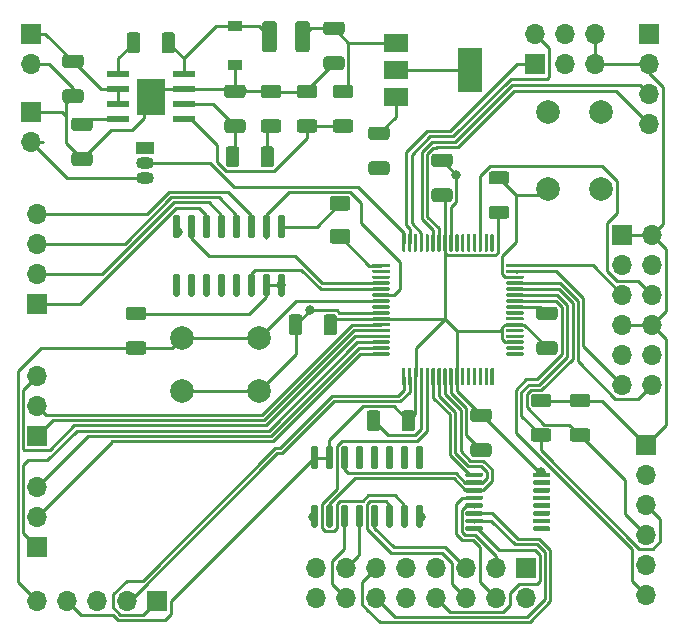
<source format=gbr>
%TF.GenerationSoftware,KiCad,Pcbnew,5.1.10-88a1d61d58~90~ubuntu21.04.1*%
%TF.CreationDate,2021-08-24T17:57:03+02:00*%
%TF.ProjectId,hendrik,68656e64-7269-46b2-9e6b-696361645f70,rev?*%
%TF.SameCoordinates,Original*%
%TF.FileFunction,Copper,L1,Top*%
%TF.FilePolarity,Positive*%
%FSLAX46Y46*%
G04 Gerber Fmt 4.6, Leading zero omitted, Abs format (unit mm)*
G04 Created by KiCad (PCBNEW 5.1.10-88a1d61d58~90~ubuntu21.04.1) date 2021-08-24 17:57:03*
%MOMM*%
%LPD*%
G01*
G04 APERTURE LIST*
%TA.AperFunction,ComponentPad*%
%ADD10O,1.700000X1.700000*%
%TD*%
%TA.AperFunction,ComponentPad*%
%ADD11R,1.700000X1.700000*%
%TD*%
%TA.AperFunction,ComponentPad*%
%ADD12C,2.000000*%
%TD*%
%TA.AperFunction,ComponentPad*%
%ADD13R,1.500000X1.050000*%
%TD*%
%TA.AperFunction,ComponentPad*%
%ADD14O,1.500000X1.050000*%
%TD*%
%TA.AperFunction,SMDPad,CuDef*%
%ADD15R,2.000000X1.500000*%
%TD*%
%TA.AperFunction,SMDPad,CuDef*%
%ADD16R,2.000000X3.800000*%
%TD*%
%TA.AperFunction,SMDPad,CuDef*%
%ADD17R,1.205000X1.550000*%
%TD*%
%TA.AperFunction,SMDPad,CuDef*%
%ADD18R,1.910000X0.610000*%
%TD*%
%TA.AperFunction,SMDPad,CuDef*%
%ADD19R,1.200000X0.900000*%
%TD*%
%TA.AperFunction,ViaPad*%
%ADD20C,0.800000*%
%TD*%
%TA.AperFunction,Conductor*%
%ADD21C,0.250000*%
%TD*%
G04 APERTURE END LIST*
%TO.P,C6,2*%
%TO.N,/VCC*%
%TA.AperFunction,SMDPad,CuDef*%
G36*
G01*
X155813999Y-91070000D02*
X157114001Y-91070000D01*
G75*
G02*
X157364000Y-91319999I0J-249999D01*
G01*
X157364000Y-91970001D01*
G75*
G02*
X157114001Y-92220000I-249999J0D01*
G01*
X155813999Y-92220000D01*
G75*
G02*
X155564000Y-91970001I0J249999D01*
G01*
X155564000Y-91319999D01*
G75*
G02*
X155813999Y-91070000I249999J0D01*
G01*
G37*
%TD.AperFunction*%
%TO.P,C6,1*%
%TO.N,/GND*%
%TA.AperFunction,SMDPad,CuDef*%
G36*
G01*
X155813999Y-88120000D02*
X157114001Y-88120000D01*
G75*
G02*
X157364000Y-88369999I0J-249999D01*
G01*
X157364000Y-89020001D01*
G75*
G02*
X157114001Y-89270000I-249999J0D01*
G01*
X155813999Y-89270000D01*
G75*
G02*
X155564000Y-89020001I0J249999D01*
G01*
X155564000Y-88369999D01*
G75*
G02*
X155813999Y-88120000I249999J0D01*
G01*
G37*
%TD.AperFunction*%
%TD*%
D10*
%TO.P,Jult1,16*%
%TO.N,/GND*%
X136906000Y-112776000D03*
%TO.P,Jult1,15*%
X136906000Y-110236000D03*
%TO.P,Jult1,14*%
%TO.N,/ECHO3*%
X139446000Y-112776000D03*
%TO.P,Jult1,13*%
%TO.N,/ECHO2*%
X139446000Y-110236000D03*
%TO.P,Jult1,12*%
%TO.N,/TRIG3*%
X141986000Y-112776000D03*
%TO.P,Jult1,11*%
%TO.N,/TRIG2*%
X141986000Y-110236000D03*
%TO.P,Jult1,10*%
%TO.N,/VCC*%
X144526000Y-112776000D03*
%TO.P,Jult1,9*%
X144526000Y-110236000D03*
%TO.P,Jult1,8*%
%TO.N,/GND*%
X147066000Y-112776000D03*
%TO.P,Jult1,7*%
X147066000Y-110236000D03*
%TO.P,Jult1,6*%
%TO.N,/ECHO0*%
X149606000Y-112776000D03*
%TO.P,Jult1,5*%
%TO.N,/ECHO1*%
X149606000Y-110236000D03*
%TO.P,Jult1,4*%
%TO.N,/TRIG0*%
X152146000Y-112776000D03*
%TO.P,Jult1,3*%
%TO.N,/TRIG1*%
X152146000Y-110236000D03*
%TO.P,Jult1,2*%
%TO.N,/VCC*%
X154686000Y-112776000D03*
D11*
%TO.P,Jult1,1*%
X154686000Y-110236000D03*
%TD*%
D10*
%TO.P,Jpwm2,3*%
%TO.N,/L3*%
X113284000Y-103378000D03*
%TO.P,Jpwm2,2*%
%TO.N,/L4*%
X113284000Y-105918000D03*
D11*
%TO.P,Jpwm2,1*%
%TO.N,/PWM2*%
X113284000Y-108458000D03*
%TD*%
D10*
%TO.P,Jpwm1,3*%
%TO.N,/PWM1*%
X113284000Y-93980000D03*
%TO.P,Jpwm1,2*%
%TO.N,/L1*%
X113284000Y-96520000D03*
D11*
%TO.P,Jpwm1,1*%
%TO.N,/L2*%
X113284000Y-99060000D03*
%TD*%
%TO.P,C4,2*%
%TO.N,/VCC*%
%TA.AperFunction,SMDPad,CuDef*%
G36*
G01*
X146923999Y-78116000D02*
X148224001Y-78116000D01*
G75*
G02*
X148474000Y-78365999I0J-249999D01*
G01*
X148474000Y-79016001D01*
G75*
G02*
X148224001Y-79266000I-249999J0D01*
G01*
X146923999Y-79266000D01*
G75*
G02*
X146674000Y-79016001I0J249999D01*
G01*
X146674000Y-78365999D01*
G75*
G02*
X146923999Y-78116000I249999J0D01*
G01*
G37*
%TD.AperFunction*%
%TO.P,C4,1*%
%TO.N,/GND*%
%TA.AperFunction,SMDPad,CuDef*%
G36*
G01*
X146923999Y-75166000D02*
X148224001Y-75166000D01*
G75*
G02*
X148474000Y-75415999I0J-249999D01*
G01*
X148474000Y-76066001D01*
G75*
G02*
X148224001Y-76316000I-249999J0D01*
G01*
X146923999Y-76316000D01*
G75*
G02*
X146674000Y-76066001I0J249999D01*
G01*
X146674000Y-75415999D01*
G75*
G02*
X146923999Y-75166000I249999J0D01*
G01*
G37*
%TD.AperFunction*%
%TD*%
D12*
%TO.P,START,1*%
%TO.N,/GND*%
X161036000Y-78128000D03*
%TO.P,START,2*%
%TO.N,Net-(IC1-Pad46)*%
X156536000Y-78128000D03*
%TO.P,START,1*%
%TO.N,/GND*%
X161036000Y-71628000D03*
%TO.P,START,2*%
%TO.N,Net-(IC1-Pad46)*%
X156536000Y-71628000D03*
%TD*%
%TO.P,RESET,1*%
%TO.N,/GND*%
X125580000Y-95250000D03*
%TO.P,RESET,2*%
%TO.N,/MCLR*%
X125580000Y-90750000D03*
%TO.P,RESET,1*%
%TO.N,/GND*%
X132080000Y-95250000D03*
%TO.P,RESET,2*%
%TO.N,/MCLR*%
X132080000Y-90750000D03*
%TD*%
%TO.P,Ro2,2*%
%TO.N,/GND*%
%TA.AperFunction,SMDPad,CuDef*%
G36*
G01*
X136769001Y-70474000D02*
X135518999Y-70474000D01*
G75*
G02*
X135269000Y-70224001I0J249999D01*
G01*
X135269000Y-69598999D01*
G75*
G02*
X135518999Y-69349000I249999J0D01*
G01*
X136769001Y-69349000D01*
G75*
G02*
X137019000Y-69598999I0J-249999D01*
G01*
X137019000Y-70224001D01*
G75*
G02*
X136769001Y-70474000I-249999J0D01*
G01*
G37*
%TD.AperFunction*%
%TO.P,Ro2,1*%
%TO.N,Net-(IC2-Pad5)*%
%TA.AperFunction,SMDPad,CuDef*%
G36*
G01*
X136769001Y-73399000D02*
X135518999Y-73399000D01*
G75*
G02*
X135269000Y-73149001I0J249999D01*
G01*
X135269000Y-72523999D01*
G75*
G02*
X135518999Y-72274000I249999J0D01*
G01*
X136769001Y-72274000D01*
G75*
G02*
X137019000Y-72523999I0J-249999D01*
G01*
X137019000Y-73149001D01*
G75*
G02*
X136769001Y-73399000I-249999J0D01*
G01*
G37*
%TD.AperFunction*%
%TD*%
%TO.P,Ro1,2*%
%TO.N,Net-(IC2-Pad5)*%
%TA.AperFunction,SMDPad,CuDef*%
G36*
G01*
X138566999Y-72274000D02*
X139817001Y-72274000D01*
G75*
G02*
X140067000Y-72523999I0J-249999D01*
G01*
X140067000Y-73149001D01*
G75*
G02*
X139817001Y-73399000I-249999J0D01*
G01*
X138566999Y-73399000D01*
G75*
G02*
X138317000Y-73149001I0J249999D01*
G01*
X138317000Y-72523999D01*
G75*
G02*
X138566999Y-72274000I249999J0D01*
G01*
G37*
%TD.AperFunction*%
%TO.P,Ro1,1*%
%TO.N,Net-(C11-Pad1)*%
%TA.AperFunction,SMDPad,CuDef*%
G36*
G01*
X138566999Y-69349000D02*
X139817001Y-69349000D01*
G75*
G02*
X140067000Y-69598999I0J-249999D01*
G01*
X140067000Y-70224001D01*
G75*
G02*
X139817001Y-70474000I-249999J0D01*
G01*
X138566999Y-70474000D01*
G75*
G02*
X138317000Y-70224001I0J249999D01*
G01*
X138317000Y-69598999D01*
G75*
G02*
X138566999Y-69349000I249999J0D01*
G01*
G37*
%TD.AperFunction*%
%TD*%
%TO.P,R5,2*%
%TO.N,/SCL*%
%TA.AperFunction,SMDPad,CuDef*%
G36*
G01*
X155330999Y-98436000D02*
X156581001Y-98436000D01*
G75*
G02*
X156831000Y-98685999I0J-249999D01*
G01*
X156831000Y-99311001D01*
G75*
G02*
X156581001Y-99561000I-249999J0D01*
G01*
X155330999Y-99561000D01*
G75*
G02*
X155081000Y-99311001I0J249999D01*
G01*
X155081000Y-98685999D01*
G75*
G02*
X155330999Y-98436000I249999J0D01*
G01*
G37*
%TD.AperFunction*%
%TO.P,R5,1*%
%TO.N,/VCC*%
%TA.AperFunction,SMDPad,CuDef*%
G36*
G01*
X155330999Y-95511000D02*
X156581001Y-95511000D01*
G75*
G02*
X156831000Y-95760999I0J-249999D01*
G01*
X156831000Y-96386001D01*
G75*
G02*
X156581001Y-96636000I-249999J0D01*
G01*
X155330999Y-96636000D01*
G75*
G02*
X155081000Y-96386001I0J249999D01*
G01*
X155081000Y-95760999D01*
G75*
G02*
X155330999Y-95511000I249999J0D01*
G01*
G37*
%TD.AperFunction*%
%TD*%
%TO.P,R4,2*%
%TO.N,/SDA1*%
%TA.AperFunction,SMDPad,CuDef*%
G36*
G01*
X158632999Y-98436000D02*
X159883001Y-98436000D01*
G75*
G02*
X160133000Y-98685999I0J-249999D01*
G01*
X160133000Y-99311001D01*
G75*
G02*
X159883001Y-99561000I-249999J0D01*
G01*
X158632999Y-99561000D01*
G75*
G02*
X158383000Y-99311001I0J249999D01*
G01*
X158383000Y-98685999D01*
G75*
G02*
X158632999Y-98436000I249999J0D01*
G01*
G37*
%TD.AperFunction*%
%TO.P,R4,1*%
%TO.N,/VCC*%
%TA.AperFunction,SMDPad,CuDef*%
G36*
G01*
X158632999Y-95511000D02*
X159883001Y-95511000D01*
G75*
G02*
X160133000Y-95760999I0J-249999D01*
G01*
X160133000Y-96386001D01*
G75*
G02*
X159883001Y-96636000I-249999J0D01*
G01*
X158632999Y-96636000D01*
G75*
G02*
X158383000Y-96386001I0J249999D01*
G01*
X158383000Y-95760999D01*
G75*
G02*
X158632999Y-95511000I249999J0D01*
G01*
G37*
%TD.AperFunction*%
%TD*%
%TO.P,R3,2*%
%TO.N,/GND*%
%TA.AperFunction,SMDPad,CuDef*%
G36*
G01*
X133721001Y-70474000D02*
X132470999Y-70474000D01*
G75*
G02*
X132221000Y-70224001I0J249999D01*
G01*
X132221000Y-69598999D01*
G75*
G02*
X132470999Y-69349000I249999J0D01*
G01*
X133721001Y-69349000D01*
G75*
G02*
X133971000Y-69598999I0J-249999D01*
G01*
X133971000Y-70224001D01*
G75*
G02*
X133721001Y-70474000I-249999J0D01*
G01*
G37*
%TD.AperFunction*%
%TO.P,R3,1*%
%TO.N,Net-(C9-Pad2)*%
%TA.AperFunction,SMDPad,CuDef*%
G36*
G01*
X133721001Y-73399000D02*
X132470999Y-73399000D01*
G75*
G02*
X132221000Y-73149001I0J249999D01*
G01*
X132221000Y-72523999D01*
G75*
G02*
X132470999Y-72274000I249999J0D01*
G01*
X133721001Y-72274000D01*
G75*
G02*
X133971000Y-72523999I0J-249999D01*
G01*
X133971000Y-73149001D01*
G75*
G02*
X133721001Y-73399000I-249999J0D01*
G01*
G37*
%TD.AperFunction*%
%TD*%
%TO.P,R2,2*%
%TO.N,/VCC*%
%TA.AperFunction,SMDPad,CuDef*%
G36*
G01*
X151774999Y-79578500D02*
X153025001Y-79578500D01*
G75*
G02*
X153275000Y-79828499I0J-249999D01*
G01*
X153275000Y-80453501D01*
G75*
G02*
X153025001Y-80703500I-249999J0D01*
G01*
X151774999Y-80703500D01*
G75*
G02*
X151525000Y-80453501I0J249999D01*
G01*
X151525000Y-79828499D01*
G75*
G02*
X151774999Y-79578500I249999J0D01*
G01*
G37*
%TD.AperFunction*%
%TO.P,R2,1*%
%TO.N,Net-(IC1-Pad46)*%
%TA.AperFunction,SMDPad,CuDef*%
G36*
G01*
X151774999Y-76653500D02*
X153025001Y-76653500D01*
G75*
G02*
X153275000Y-76903499I0J-249999D01*
G01*
X153275000Y-77528501D01*
G75*
G02*
X153025001Y-77778500I-249999J0D01*
G01*
X151774999Y-77778500D01*
G75*
G02*
X151525000Y-77528501I0J249999D01*
G01*
X151525000Y-76903499D01*
G75*
G02*
X151774999Y-76653500I249999J0D01*
G01*
G37*
%TD.AperFunction*%
%TD*%
%TO.P,R1,2*%
%TO.N,/MCLR*%
%TA.AperFunction,SMDPad,CuDef*%
G36*
G01*
X121040999Y-91070000D02*
X122291001Y-91070000D01*
G75*
G02*
X122541000Y-91319999I0J-249999D01*
G01*
X122541000Y-91945001D01*
G75*
G02*
X122291001Y-92195000I-249999J0D01*
G01*
X121040999Y-92195000D01*
G75*
G02*
X120791000Y-91945001I0J249999D01*
G01*
X120791000Y-91319999D01*
G75*
G02*
X121040999Y-91070000I249999J0D01*
G01*
G37*
%TD.AperFunction*%
%TO.P,R1,1*%
%TO.N,/VCC*%
%TA.AperFunction,SMDPad,CuDef*%
G36*
G01*
X121040999Y-88145000D02*
X122291001Y-88145000D01*
G75*
G02*
X122541000Y-88394999I0J-249999D01*
G01*
X122541000Y-89020001D01*
G75*
G02*
X122291001Y-89270000I-249999J0D01*
G01*
X121040999Y-89270000D01*
G75*
G02*
X120791000Y-89020001I0J249999D01*
G01*
X120791000Y-88394999D01*
G75*
G02*
X121040999Y-88145000I249999J0D01*
G01*
G37*
%TD.AperFunction*%
%TD*%
D13*
%TO.P,Q1,1*%
%TO.N,/VCC*%
X122428000Y-74676000D03*
D14*
%TO.P,Q1,3*%
%TO.N,/5V*%
X122428000Y-77216000D03*
%TO.P,Q1,2*%
%TO.N,Net-(IC1-Pad64)*%
X122428000Y-75946000D03*
%TD*%
%TO.P,Lo1,2*%
%TO.N,Net-(C11-Pad1)*%
%TA.AperFunction,SMDPad,CuDef*%
G36*
G01*
X135141000Y-66353000D02*
X135141000Y-64203000D01*
G75*
G02*
X135391000Y-63953000I250000J0D01*
G01*
X136141000Y-63953000D01*
G75*
G02*
X136391000Y-64203000I0J-250000D01*
G01*
X136391000Y-66353000D01*
G75*
G02*
X136141000Y-66603000I-250000J0D01*
G01*
X135391000Y-66603000D01*
G75*
G02*
X135141000Y-66353000I0J250000D01*
G01*
G37*
%TD.AperFunction*%
%TO.P,Lo1,1*%
%TO.N,Net-(C8-Pad1)*%
%TA.AperFunction,SMDPad,CuDef*%
G36*
G01*
X132341000Y-66353000D02*
X132341000Y-64203000D01*
G75*
G02*
X132591000Y-63953000I250000J0D01*
G01*
X133341000Y-63953000D01*
G75*
G02*
X133591000Y-64203000I0J-250000D01*
G01*
X133591000Y-66353000D01*
G75*
G02*
X133341000Y-66603000I-250000J0D01*
G01*
X132591000Y-66603000D01*
G75*
G02*
X132341000Y-66353000I0J250000D01*
G01*
G37*
%TD.AperFunction*%
%TD*%
D10*
%TO.P,Jvac1,2*%
%TO.N,/5V*%
X112776000Y-74168000D03*
D11*
%TO.P,Jvac1,1*%
%TO.N,/GND*%
X112776000Y-71628000D03*
%TD*%
D10*
%TO.P,Juart1,4*%
%TO.N,/RX1*%
X165100000Y-72644000D03*
%TO.P,Juart1,3*%
%TO.N,/TX1*%
X165100000Y-70104000D03*
%TO.P,Juart1,2*%
%TO.N,/VCC*%
X165100000Y-67564000D03*
D11*
%TO.P,Juart1,1*%
%TO.N,/GND*%
X165100000Y-65024000D03*
%TD*%
D10*
%TO.P,Jpow1,2*%
%TO.N,/GND*%
X112776000Y-67564000D03*
D11*
%TO.P,Jpow1,1*%
%TO.N,/VCC*%
X112776000Y-65024000D03*
%TD*%
D10*
%TO.P,Jodo1,6*%
%TO.N,/VCC*%
X160528000Y-65024000D03*
%TO.P,Jodo1,5*%
X160528000Y-67564000D03*
%TO.P,Jodo1,4*%
%TO.N,/GND*%
X157988000Y-65024000D03*
%TO.P,Jodo1,3*%
X157988000Y-67564000D03*
%TO.P,Jodo1,2*%
%TO.N,/D1*%
X155448000Y-65024000D03*
D11*
%TO.P,Jodo1,1*%
%TO.N,/D2*%
X155448000Y-67564000D03*
%TD*%
D10*
%TO.P,Jir1,12*%
%TO.N,/IR1*%
X165354000Y-94742000D03*
%TO.P,Jir1,11*%
%TO.N,/IR2*%
X162814000Y-94742000D03*
%TO.P,Jir1,10*%
%TO.N,/GND*%
X165354000Y-92202000D03*
%TO.P,Jir1,9*%
X162814000Y-92202000D03*
%TO.P,Jir1,8*%
%TO.N,/VCC*%
X165354000Y-89662000D03*
%TO.P,Jir1,7*%
X162814000Y-89662000D03*
%TO.P,Jir1,6*%
%TO.N,/IR4*%
X165354000Y-87122000D03*
%TO.P,Jir1,5*%
%TO.N,/IR3*%
X162814000Y-87122000D03*
%TO.P,Jir1,4*%
%TO.N,/GND*%
X165354000Y-84582000D03*
%TO.P,Jir1,3*%
X162814000Y-84582000D03*
%TO.P,Jir1,2*%
%TO.N,/VCC*%
X165354000Y-82042000D03*
D11*
%TO.P,Jir1,1*%
X162814000Y-82042000D03*
%TD*%
D10*
%TO.P,Ji2c1,6*%
%TO.N,/INT1*%
X164846000Y-112522000D03*
%TO.P,Ji2c1,5*%
%TO.N,/GND*%
X164846000Y-109982000D03*
%TO.P,Ji2c1,4*%
%TO.N,/SDA1*%
X164846000Y-107442000D03*
%TO.P,Ji2c1,3*%
%TO.N,/SCL*%
X164846000Y-104902000D03*
%TO.P,Ji2c1,2*%
%TO.N,/GND*%
X164846000Y-102362000D03*
D11*
%TO.P,Ji2c1,1*%
%TO.N,/VCC*%
X164846000Y-99822000D03*
%TD*%
D10*
%TO.P,Jdbg1,5*%
%TO.N,/MCLR*%
X113284000Y-113030000D03*
%TO.P,Jdbg1,4*%
%TO.N,/VCC*%
X115824000Y-113030000D03*
%TO.P,Jdbg1,3*%
%TO.N,/GND*%
X118364000Y-113030000D03*
%TO.P,Jdbg1,2*%
%TO.N,/PGD*%
X120904000Y-113030000D03*
D11*
%TO.P,Jdbg1,1*%
%TO.N,/PGC*%
X123444000Y-113030000D03*
%TD*%
D10*
%TO.P,Jbat1,4*%
%TO.N,/BAT4*%
X113284000Y-80264000D03*
%TO.P,Jbat1,3*%
%TO.N,/BAT3*%
X113284000Y-82804000D03*
%TO.P,Jbat1,2*%
%TO.N,/BAT2*%
X113284000Y-85344000D03*
D11*
%TO.P,Jbat1,1*%
%TO.N,/BAT1*%
X113284000Y-87884000D03*
%TD*%
%TO.P,ICtrig1,16*%
%TO.N,/VCC*%
%TA.AperFunction,SMDPad,CuDef*%
G36*
G01*
X155287000Y-102473000D02*
X155287000Y-102273000D01*
G75*
G02*
X155387000Y-102173000I100000J0D01*
G01*
X156662000Y-102173000D01*
G75*
G02*
X156762000Y-102273000I0J-100000D01*
G01*
X156762000Y-102473000D01*
G75*
G02*
X156662000Y-102573000I-100000J0D01*
G01*
X155387000Y-102573000D01*
G75*
G02*
X155287000Y-102473000I0J100000D01*
G01*
G37*
%TD.AperFunction*%
%TO.P,ICtrig1,15*%
%TO.N,Net-(ICtrig1-Pad15)*%
%TA.AperFunction,SMDPad,CuDef*%
G36*
G01*
X155287000Y-103123000D02*
X155287000Y-102923000D01*
G75*
G02*
X155387000Y-102823000I100000J0D01*
G01*
X156662000Y-102823000D01*
G75*
G02*
X156762000Y-102923000I0J-100000D01*
G01*
X156762000Y-103123000D01*
G75*
G02*
X156662000Y-103223000I-100000J0D01*
G01*
X155387000Y-103223000D01*
G75*
G02*
X155287000Y-103123000I0J100000D01*
G01*
G37*
%TD.AperFunction*%
%TO.P,ICtrig1,14*%
%TO.N,Net-(ICtrig1-Pad14)*%
%TA.AperFunction,SMDPad,CuDef*%
G36*
G01*
X155287000Y-103773000D02*
X155287000Y-103573000D01*
G75*
G02*
X155387000Y-103473000I100000J0D01*
G01*
X156662000Y-103473000D01*
G75*
G02*
X156762000Y-103573000I0J-100000D01*
G01*
X156762000Y-103773000D01*
G75*
G02*
X156662000Y-103873000I-100000J0D01*
G01*
X155387000Y-103873000D01*
G75*
G02*
X155287000Y-103773000I0J100000D01*
G01*
G37*
%TD.AperFunction*%
%TO.P,ICtrig1,13*%
%TO.N,Net-(ICtrig1-Pad13)*%
%TA.AperFunction,SMDPad,CuDef*%
G36*
G01*
X155287000Y-104423000D02*
X155287000Y-104223000D01*
G75*
G02*
X155387000Y-104123000I100000J0D01*
G01*
X156662000Y-104123000D01*
G75*
G02*
X156762000Y-104223000I0J-100000D01*
G01*
X156762000Y-104423000D01*
G75*
G02*
X156662000Y-104523000I-100000J0D01*
G01*
X155387000Y-104523000D01*
G75*
G02*
X155287000Y-104423000I0J100000D01*
G01*
G37*
%TD.AperFunction*%
%TO.P,ICtrig1,12*%
%TO.N,Net-(ICtrig1-Pad12)*%
%TA.AperFunction,SMDPad,CuDef*%
G36*
G01*
X155287000Y-105073000D02*
X155287000Y-104873000D01*
G75*
G02*
X155387000Y-104773000I100000J0D01*
G01*
X156662000Y-104773000D01*
G75*
G02*
X156762000Y-104873000I0J-100000D01*
G01*
X156762000Y-105073000D01*
G75*
G02*
X156662000Y-105173000I-100000J0D01*
G01*
X155387000Y-105173000D01*
G75*
G02*
X155287000Y-105073000I0J100000D01*
G01*
G37*
%TD.AperFunction*%
%TO.P,ICtrig1,11*%
%TO.N,Net-(ICtrig1-Pad11)*%
%TA.AperFunction,SMDPad,CuDef*%
G36*
G01*
X155287000Y-105723000D02*
X155287000Y-105523000D01*
G75*
G02*
X155387000Y-105423000I100000J0D01*
G01*
X156662000Y-105423000D01*
G75*
G02*
X156762000Y-105523000I0J-100000D01*
G01*
X156762000Y-105723000D01*
G75*
G02*
X156662000Y-105823000I-100000J0D01*
G01*
X155387000Y-105823000D01*
G75*
G02*
X155287000Y-105723000I0J100000D01*
G01*
G37*
%TD.AperFunction*%
%TO.P,ICtrig1,10*%
%TO.N,Net-(ICtrig1-Pad10)*%
%TA.AperFunction,SMDPad,CuDef*%
G36*
G01*
X155287000Y-106373000D02*
X155287000Y-106173000D01*
G75*
G02*
X155387000Y-106073000I100000J0D01*
G01*
X156662000Y-106073000D01*
G75*
G02*
X156762000Y-106173000I0J-100000D01*
G01*
X156762000Y-106373000D01*
G75*
G02*
X156662000Y-106473000I-100000J0D01*
G01*
X155387000Y-106473000D01*
G75*
G02*
X155287000Y-106373000I0J100000D01*
G01*
G37*
%TD.AperFunction*%
%TO.P,ICtrig1,9*%
%TO.N,Net-(ICtrig1-Pad9)*%
%TA.AperFunction,SMDPad,CuDef*%
G36*
G01*
X155287000Y-107023000D02*
X155287000Y-106823000D01*
G75*
G02*
X155387000Y-106723000I100000J0D01*
G01*
X156662000Y-106723000D01*
G75*
G02*
X156762000Y-106823000I0J-100000D01*
G01*
X156762000Y-107023000D01*
G75*
G02*
X156662000Y-107123000I-100000J0D01*
G01*
X155387000Y-107123000D01*
G75*
G02*
X155287000Y-107023000I0J100000D01*
G01*
G37*
%TD.AperFunction*%
%TO.P,ICtrig1,8*%
%TO.N,/GND*%
%TA.AperFunction,SMDPad,CuDef*%
G36*
G01*
X149562000Y-107023000D02*
X149562000Y-106823000D01*
G75*
G02*
X149662000Y-106723000I100000J0D01*
G01*
X150937000Y-106723000D01*
G75*
G02*
X151037000Y-106823000I0J-100000D01*
G01*
X151037000Y-107023000D01*
G75*
G02*
X150937000Y-107123000I-100000J0D01*
G01*
X149662000Y-107123000D01*
G75*
G02*
X149562000Y-107023000I0J100000D01*
G01*
G37*
%TD.AperFunction*%
%TO.P,ICtrig1,7*%
%TO.N,/TRIG3*%
%TA.AperFunction,SMDPad,CuDef*%
G36*
G01*
X149562000Y-106373000D02*
X149562000Y-106173000D01*
G75*
G02*
X149662000Y-106073000I100000J0D01*
G01*
X150937000Y-106073000D01*
G75*
G02*
X151037000Y-106173000I0J-100000D01*
G01*
X151037000Y-106373000D01*
G75*
G02*
X150937000Y-106473000I-100000J0D01*
G01*
X149662000Y-106473000D01*
G75*
G02*
X149562000Y-106373000I0J100000D01*
G01*
G37*
%TD.AperFunction*%
%TO.P,ICtrig1,6*%
%TO.N,/TRIG2*%
%TA.AperFunction,SMDPad,CuDef*%
G36*
G01*
X149562000Y-105723000D02*
X149562000Y-105523000D01*
G75*
G02*
X149662000Y-105423000I100000J0D01*
G01*
X150937000Y-105423000D01*
G75*
G02*
X151037000Y-105523000I0J-100000D01*
G01*
X151037000Y-105723000D01*
G75*
G02*
X150937000Y-105823000I-100000J0D01*
G01*
X149662000Y-105823000D01*
G75*
G02*
X149562000Y-105723000I0J100000D01*
G01*
G37*
%TD.AperFunction*%
%TO.P,ICtrig1,5*%
%TO.N,/TRIG1*%
%TA.AperFunction,SMDPad,CuDef*%
G36*
G01*
X149562000Y-105073000D02*
X149562000Y-104873000D01*
G75*
G02*
X149662000Y-104773000I100000J0D01*
G01*
X150937000Y-104773000D01*
G75*
G02*
X151037000Y-104873000I0J-100000D01*
G01*
X151037000Y-105073000D01*
G75*
G02*
X150937000Y-105173000I-100000J0D01*
G01*
X149662000Y-105173000D01*
G75*
G02*
X149562000Y-105073000I0J100000D01*
G01*
G37*
%TD.AperFunction*%
%TO.P,ICtrig1,4*%
%TO.N,/TRIG0*%
%TA.AperFunction,SMDPad,CuDef*%
G36*
G01*
X149562000Y-104423000D02*
X149562000Y-104223000D01*
G75*
G02*
X149662000Y-104123000I100000J0D01*
G01*
X150937000Y-104123000D01*
G75*
G02*
X151037000Y-104223000I0J-100000D01*
G01*
X151037000Y-104423000D01*
G75*
G02*
X150937000Y-104523000I-100000J0D01*
G01*
X149662000Y-104523000D01*
G75*
G02*
X149562000Y-104423000I0J100000D01*
G01*
G37*
%TD.AperFunction*%
%TO.P,ICtrig1,3*%
%TO.N,Net-(IC1-Pad24)*%
%TA.AperFunction,SMDPad,CuDef*%
G36*
G01*
X149562000Y-103773000D02*
X149562000Y-103573000D01*
G75*
G02*
X149662000Y-103473000I100000J0D01*
G01*
X150937000Y-103473000D01*
G75*
G02*
X151037000Y-103573000I0J-100000D01*
G01*
X151037000Y-103773000D01*
G75*
G02*
X150937000Y-103873000I-100000J0D01*
G01*
X149662000Y-103873000D01*
G75*
G02*
X149562000Y-103773000I0J100000D01*
G01*
G37*
%TD.AperFunction*%
%TO.P,ICtrig1,2*%
%TO.N,Net-(IC1-Pad23)*%
%TA.AperFunction,SMDPad,CuDef*%
G36*
G01*
X149562000Y-103123000D02*
X149562000Y-102923000D01*
G75*
G02*
X149662000Y-102823000I100000J0D01*
G01*
X150937000Y-102823000D01*
G75*
G02*
X151037000Y-102923000I0J-100000D01*
G01*
X151037000Y-103123000D01*
G75*
G02*
X150937000Y-103223000I-100000J0D01*
G01*
X149662000Y-103223000D01*
G75*
G02*
X149562000Y-103123000I0J100000D01*
G01*
G37*
%TD.AperFunction*%
%TO.P,ICtrig1,1*%
%TO.N,Net-(IC1-Pad22)*%
%TA.AperFunction,SMDPad,CuDef*%
G36*
G01*
X149562000Y-102473000D02*
X149562000Y-102273000D01*
G75*
G02*
X149662000Y-102173000I100000J0D01*
G01*
X150937000Y-102173000D01*
G75*
G02*
X151037000Y-102273000I0J-100000D01*
G01*
X151037000Y-102473000D01*
G75*
G02*
X150937000Y-102573000I-100000J0D01*
G01*
X149662000Y-102573000D01*
G75*
G02*
X149562000Y-102473000I0J100000D01*
G01*
G37*
%TD.AperFunction*%
%TD*%
%TO.P,ICecho1,16*%
%TO.N,/VCC*%
%TA.AperFunction,SMDPad,CuDef*%
G36*
G01*
X136929000Y-101878000D02*
X136629000Y-101878000D01*
G75*
G02*
X136479000Y-101728000I0J150000D01*
G01*
X136479000Y-100078000D01*
G75*
G02*
X136629000Y-99928000I150000J0D01*
G01*
X136929000Y-99928000D01*
G75*
G02*
X137079000Y-100078000I0J-150000D01*
G01*
X137079000Y-101728000D01*
G75*
G02*
X136929000Y-101878000I-150000J0D01*
G01*
G37*
%TD.AperFunction*%
%TO.P,ICecho1,15*%
%TA.AperFunction,SMDPad,CuDef*%
G36*
G01*
X138199000Y-101878000D02*
X137899000Y-101878000D01*
G75*
G02*
X137749000Y-101728000I0J150000D01*
G01*
X137749000Y-100078000D01*
G75*
G02*
X137899000Y-99928000I150000J0D01*
G01*
X138199000Y-99928000D01*
G75*
G02*
X138349000Y-100078000I0J-150000D01*
G01*
X138349000Y-101728000D01*
G75*
G02*
X138199000Y-101878000I-150000J0D01*
G01*
G37*
%TD.AperFunction*%
%TO.P,ICecho1,14*%
%TO.N,Net-(IC1-Pad23)*%
%TA.AperFunction,SMDPad,CuDef*%
G36*
G01*
X139469000Y-101878000D02*
X139169000Y-101878000D01*
G75*
G02*
X139019000Y-101728000I0J150000D01*
G01*
X139019000Y-100078000D01*
G75*
G02*
X139169000Y-99928000I150000J0D01*
G01*
X139469000Y-99928000D01*
G75*
G02*
X139619000Y-100078000I0J-150000D01*
G01*
X139619000Y-101728000D01*
G75*
G02*
X139469000Y-101878000I-150000J0D01*
G01*
G37*
%TD.AperFunction*%
%TO.P,ICecho1,13*%
%TO.N,Net-(ICecho1-Pad13)*%
%TA.AperFunction,SMDPad,CuDef*%
G36*
G01*
X140739000Y-101878000D02*
X140439000Y-101878000D01*
G75*
G02*
X140289000Y-101728000I0J150000D01*
G01*
X140289000Y-100078000D01*
G75*
G02*
X140439000Y-99928000I150000J0D01*
G01*
X140739000Y-99928000D01*
G75*
G02*
X140889000Y-100078000I0J-150000D01*
G01*
X140889000Y-101728000D01*
G75*
G02*
X140739000Y-101878000I-150000J0D01*
G01*
G37*
%TD.AperFunction*%
%TO.P,ICecho1,12*%
%TO.N,Net-(ICecho1-Pad12)*%
%TA.AperFunction,SMDPad,CuDef*%
G36*
G01*
X142009000Y-101878000D02*
X141709000Y-101878000D01*
G75*
G02*
X141559000Y-101728000I0J150000D01*
G01*
X141559000Y-100078000D01*
G75*
G02*
X141709000Y-99928000I150000J0D01*
G01*
X142009000Y-99928000D01*
G75*
G02*
X142159000Y-100078000I0J-150000D01*
G01*
X142159000Y-101728000D01*
G75*
G02*
X142009000Y-101878000I-150000J0D01*
G01*
G37*
%TD.AperFunction*%
%TO.P,ICecho1,11*%
%TO.N,Net-(ICecho1-Pad11)*%
%TA.AperFunction,SMDPad,CuDef*%
G36*
G01*
X143279000Y-101878000D02*
X142979000Y-101878000D01*
G75*
G02*
X142829000Y-101728000I0J150000D01*
G01*
X142829000Y-100078000D01*
G75*
G02*
X142979000Y-99928000I150000J0D01*
G01*
X143279000Y-99928000D01*
G75*
G02*
X143429000Y-100078000I0J-150000D01*
G01*
X143429000Y-101728000D01*
G75*
G02*
X143279000Y-101878000I-150000J0D01*
G01*
G37*
%TD.AperFunction*%
%TO.P,ICecho1,10*%
%TO.N,Net-(ICecho1-Pad10)*%
%TA.AperFunction,SMDPad,CuDef*%
G36*
G01*
X144549000Y-101878000D02*
X144249000Y-101878000D01*
G75*
G02*
X144099000Y-101728000I0J150000D01*
G01*
X144099000Y-100078000D01*
G75*
G02*
X144249000Y-99928000I150000J0D01*
G01*
X144549000Y-99928000D01*
G75*
G02*
X144699000Y-100078000I0J-150000D01*
G01*
X144699000Y-101728000D01*
G75*
G02*
X144549000Y-101878000I-150000J0D01*
G01*
G37*
%TD.AperFunction*%
%TO.P,ICecho1,9*%
%TO.N,Net-(ICecho1-Pad9)*%
%TA.AperFunction,SMDPad,CuDef*%
G36*
G01*
X145819000Y-101878000D02*
X145519000Y-101878000D01*
G75*
G02*
X145369000Y-101728000I0J150000D01*
G01*
X145369000Y-100078000D01*
G75*
G02*
X145519000Y-99928000I150000J0D01*
G01*
X145819000Y-99928000D01*
G75*
G02*
X145969000Y-100078000I0J-150000D01*
G01*
X145969000Y-101728000D01*
G75*
G02*
X145819000Y-101878000I-150000J0D01*
G01*
G37*
%TD.AperFunction*%
%TO.P,ICecho1,8*%
%TO.N,/GND*%
%TA.AperFunction,SMDPad,CuDef*%
G36*
G01*
X145819000Y-106828000D02*
X145519000Y-106828000D01*
G75*
G02*
X145369000Y-106678000I0J150000D01*
G01*
X145369000Y-105028000D01*
G75*
G02*
X145519000Y-104878000I150000J0D01*
G01*
X145819000Y-104878000D01*
G75*
G02*
X145969000Y-105028000I0J-150000D01*
G01*
X145969000Y-106678000D01*
G75*
G02*
X145819000Y-106828000I-150000J0D01*
G01*
G37*
%TD.AperFunction*%
%TO.P,ICecho1,7*%
%TO.N,Net-(IC1-Pad21)*%
%TA.AperFunction,SMDPad,CuDef*%
G36*
G01*
X144549000Y-106828000D02*
X144249000Y-106828000D01*
G75*
G02*
X144099000Y-106678000I0J150000D01*
G01*
X144099000Y-105028000D01*
G75*
G02*
X144249000Y-104878000I150000J0D01*
G01*
X144549000Y-104878000D01*
G75*
G02*
X144699000Y-105028000I0J-150000D01*
G01*
X144699000Y-106678000D01*
G75*
G02*
X144549000Y-106828000I-150000J0D01*
G01*
G37*
%TD.AperFunction*%
%TO.P,ICecho1,6*%
%TO.N,/ECHO0*%
%TA.AperFunction,SMDPad,CuDef*%
G36*
G01*
X143279000Y-106828000D02*
X142979000Y-106828000D01*
G75*
G02*
X142829000Y-106678000I0J150000D01*
G01*
X142829000Y-105028000D01*
G75*
G02*
X142979000Y-104878000I150000J0D01*
G01*
X143279000Y-104878000D01*
G75*
G02*
X143429000Y-105028000I0J-150000D01*
G01*
X143429000Y-106678000D01*
G75*
G02*
X143279000Y-106828000I-150000J0D01*
G01*
G37*
%TD.AperFunction*%
%TO.P,ICecho1,5*%
%TO.N,/ECHO1*%
%TA.AperFunction,SMDPad,CuDef*%
G36*
G01*
X142009000Y-106828000D02*
X141709000Y-106828000D01*
G75*
G02*
X141559000Y-106678000I0J150000D01*
G01*
X141559000Y-105028000D01*
G75*
G02*
X141709000Y-104878000I150000J0D01*
G01*
X142009000Y-104878000D01*
G75*
G02*
X142159000Y-105028000I0J-150000D01*
G01*
X142159000Y-106678000D01*
G75*
G02*
X142009000Y-106828000I-150000J0D01*
G01*
G37*
%TD.AperFunction*%
%TO.P,ICecho1,4*%
%TO.N,/ECHO2*%
%TA.AperFunction,SMDPad,CuDef*%
G36*
G01*
X140739000Y-106828000D02*
X140439000Y-106828000D01*
G75*
G02*
X140289000Y-106678000I0J150000D01*
G01*
X140289000Y-105028000D01*
G75*
G02*
X140439000Y-104878000I150000J0D01*
G01*
X140739000Y-104878000D01*
G75*
G02*
X140889000Y-105028000I0J-150000D01*
G01*
X140889000Y-106678000D01*
G75*
G02*
X140739000Y-106828000I-150000J0D01*
G01*
G37*
%TD.AperFunction*%
%TO.P,ICecho1,3*%
%TO.N,/ECHO3*%
%TA.AperFunction,SMDPad,CuDef*%
G36*
G01*
X139469000Y-106828000D02*
X139169000Y-106828000D01*
G75*
G02*
X139019000Y-106678000I0J150000D01*
G01*
X139019000Y-105028000D01*
G75*
G02*
X139169000Y-104878000I150000J0D01*
G01*
X139469000Y-104878000D01*
G75*
G02*
X139619000Y-105028000I0J-150000D01*
G01*
X139619000Y-106678000D01*
G75*
G02*
X139469000Y-106828000I-150000J0D01*
G01*
G37*
%TD.AperFunction*%
%TO.P,ICecho1,2*%
%TO.N,Net-(IC1-Pad24)*%
%TA.AperFunction,SMDPad,CuDef*%
G36*
G01*
X138199000Y-106828000D02*
X137899000Y-106828000D01*
G75*
G02*
X137749000Y-106678000I0J150000D01*
G01*
X137749000Y-105028000D01*
G75*
G02*
X137899000Y-104878000I150000J0D01*
G01*
X138199000Y-104878000D01*
G75*
G02*
X138349000Y-105028000I0J-150000D01*
G01*
X138349000Y-106678000D01*
G75*
G02*
X138199000Y-106828000I-150000J0D01*
G01*
G37*
%TD.AperFunction*%
%TO.P,ICecho1,1*%
%TO.N,/GND*%
%TA.AperFunction,SMDPad,CuDef*%
G36*
G01*
X136929000Y-106828000D02*
X136629000Y-106828000D01*
G75*
G02*
X136479000Y-106678000I0J150000D01*
G01*
X136479000Y-105028000D01*
G75*
G02*
X136629000Y-104878000I150000J0D01*
G01*
X136929000Y-104878000D01*
G75*
G02*
X137079000Y-105028000I0J-150000D01*
G01*
X137079000Y-106678000D01*
G75*
G02*
X136929000Y-106828000I-150000J0D01*
G01*
G37*
%TD.AperFunction*%
%TD*%
%TO.P,ICbat1,16*%
%TO.N,/VCC*%
%TA.AperFunction,SMDPad,CuDef*%
G36*
G01*
X133835000Y-85320000D02*
X134135000Y-85320000D01*
G75*
G02*
X134285000Y-85470000I0J-150000D01*
G01*
X134285000Y-87120000D01*
G75*
G02*
X134135000Y-87270000I-150000J0D01*
G01*
X133835000Y-87270000D01*
G75*
G02*
X133685000Y-87120000I0J150000D01*
G01*
X133685000Y-85470000D01*
G75*
G02*
X133835000Y-85320000I150000J0D01*
G01*
G37*
%TD.AperFunction*%
%TO.P,ICbat1,15*%
%TA.AperFunction,SMDPad,CuDef*%
G36*
G01*
X132565000Y-85320000D02*
X132865000Y-85320000D01*
G75*
G02*
X133015000Y-85470000I0J-150000D01*
G01*
X133015000Y-87120000D01*
G75*
G02*
X132865000Y-87270000I-150000J0D01*
G01*
X132565000Y-87270000D01*
G75*
G02*
X132415000Y-87120000I0J150000D01*
G01*
X132415000Y-85470000D01*
G75*
G02*
X132565000Y-85320000I150000J0D01*
G01*
G37*
%TD.AperFunction*%
%TO.P,ICbat1,14*%
%TO.N,Net-(IC1-Pad5)*%
%TA.AperFunction,SMDPad,CuDef*%
G36*
G01*
X131295000Y-85320000D02*
X131595000Y-85320000D01*
G75*
G02*
X131745000Y-85470000I0J-150000D01*
G01*
X131745000Y-87120000D01*
G75*
G02*
X131595000Y-87270000I-150000J0D01*
G01*
X131295000Y-87270000D01*
G75*
G02*
X131145000Y-87120000I0J150000D01*
G01*
X131145000Y-85470000D01*
G75*
G02*
X131295000Y-85320000I150000J0D01*
G01*
G37*
%TD.AperFunction*%
%TO.P,ICbat1,13*%
%TO.N,Net-(ICbat1-Pad13)*%
%TA.AperFunction,SMDPad,CuDef*%
G36*
G01*
X130025000Y-85320000D02*
X130325000Y-85320000D01*
G75*
G02*
X130475000Y-85470000I0J-150000D01*
G01*
X130475000Y-87120000D01*
G75*
G02*
X130325000Y-87270000I-150000J0D01*
G01*
X130025000Y-87270000D01*
G75*
G02*
X129875000Y-87120000I0J150000D01*
G01*
X129875000Y-85470000D01*
G75*
G02*
X130025000Y-85320000I150000J0D01*
G01*
G37*
%TD.AperFunction*%
%TO.P,ICbat1,12*%
%TO.N,Net-(ICbat1-Pad12)*%
%TA.AperFunction,SMDPad,CuDef*%
G36*
G01*
X128755000Y-85320000D02*
X129055000Y-85320000D01*
G75*
G02*
X129205000Y-85470000I0J-150000D01*
G01*
X129205000Y-87120000D01*
G75*
G02*
X129055000Y-87270000I-150000J0D01*
G01*
X128755000Y-87270000D01*
G75*
G02*
X128605000Y-87120000I0J150000D01*
G01*
X128605000Y-85470000D01*
G75*
G02*
X128755000Y-85320000I150000J0D01*
G01*
G37*
%TD.AperFunction*%
%TO.P,ICbat1,11*%
%TO.N,Net-(ICbat1-Pad11)*%
%TA.AperFunction,SMDPad,CuDef*%
G36*
G01*
X127485000Y-85320000D02*
X127785000Y-85320000D01*
G75*
G02*
X127935000Y-85470000I0J-150000D01*
G01*
X127935000Y-87120000D01*
G75*
G02*
X127785000Y-87270000I-150000J0D01*
G01*
X127485000Y-87270000D01*
G75*
G02*
X127335000Y-87120000I0J150000D01*
G01*
X127335000Y-85470000D01*
G75*
G02*
X127485000Y-85320000I150000J0D01*
G01*
G37*
%TD.AperFunction*%
%TO.P,ICbat1,10*%
%TO.N,Net-(ICbat1-Pad10)*%
%TA.AperFunction,SMDPad,CuDef*%
G36*
G01*
X126215000Y-85320000D02*
X126515000Y-85320000D01*
G75*
G02*
X126665000Y-85470000I0J-150000D01*
G01*
X126665000Y-87120000D01*
G75*
G02*
X126515000Y-87270000I-150000J0D01*
G01*
X126215000Y-87270000D01*
G75*
G02*
X126065000Y-87120000I0J150000D01*
G01*
X126065000Y-85470000D01*
G75*
G02*
X126215000Y-85320000I150000J0D01*
G01*
G37*
%TD.AperFunction*%
%TO.P,ICbat1,9*%
%TO.N,Net-(ICbat1-Pad9)*%
%TA.AperFunction,SMDPad,CuDef*%
G36*
G01*
X124945000Y-85320000D02*
X125245000Y-85320000D01*
G75*
G02*
X125395000Y-85470000I0J-150000D01*
G01*
X125395000Y-87120000D01*
G75*
G02*
X125245000Y-87270000I-150000J0D01*
G01*
X124945000Y-87270000D01*
G75*
G02*
X124795000Y-87120000I0J150000D01*
G01*
X124795000Y-85470000D01*
G75*
G02*
X124945000Y-85320000I150000J0D01*
G01*
G37*
%TD.AperFunction*%
%TO.P,ICbat1,8*%
%TO.N,/GND*%
%TA.AperFunction,SMDPad,CuDef*%
G36*
G01*
X124945000Y-80370000D02*
X125245000Y-80370000D01*
G75*
G02*
X125395000Y-80520000I0J-150000D01*
G01*
X125395000Y-82170000D01*
G75*
G02*
X125245000Y-82320000I-150000J0D01*
G01*
X124945000Y-82320000D01*
G75*
G02*
X124795000Y-82170000I0J150000D01*
G01*
X124795000Y-80520000D01*
G75*
G02*
X124945000Y-80370000I150000J0D01*
G01*
G37*
%TD.AperFunction*%
%TO.P,ICbat1,7*%
%TO.N,Net-(IC1-Pad4)*%
%TA.AperFunction,SMDPad,CuDef*%
G36*
G01*
X126215000Y-80370000D02*
X126515000Y-80370000D01*
G75*
G02*
X126665000Y-80520000I0J-150000D01*
G01*
X126665000Y-82170000D01*
G75*
G02*
X126515000Y-82320000I-150000J0D01*
G01*
X126215000Y-82320000D01*
G75*
G02*
X126065000Y-82170000I0J150000D01*
G01*
X126065000Y-80520000D01*
G75*
G02*
X126215000Y-80370000I150000J0D01*
G01*
G37*
%TD.AperFunction*%
%TO.P,ICbat1,6*%
%TO.N,/BAT1*%
%TA.AperFunction,SMDPad,CuDef*%
G36*
G01*
X127485000Y-80370000D02*
X127785000Y-80370000D01*
G75*
G02*
X127935000Y-80520000I0J-150000D01*
G01*
X127935000Y-82170000D01*
G75*
G02*
X127785000Y-82320000I-150000J0D01*
G01*
X127485000Y-82320000D01*
G75*
G02*
X127335000Y-82170000I0J150000D01*
G01*
X127335000Y-80520000D01*
G75*
G02*
X127485000Y-80370000I150000J0D01*
G01*
G37*
%TD.AperFunction*%
%TO.P,ICbat1,5*%
%TO.N,/BAT2*%
%TA.AperFunction,SMDPad,CuDef*%
G36*
G01*
X128755000Y-80370000D02*
X129055000Y-80370000D01*
G75*
G02*
X129205000Y-80520000I0J-150000D01*
G01*
X129205000Y-82170000D01*
G75*
G02*
X129055000Y-82320000I-150000J0D01*
G01*
X128755000Y-82320000D01*
G75*
G02*
X128605000Y-82170000I0J150000D01*
G01*
X128605000Y-80520000D01*
G75*
G02*
X128755000Y-80370000I150000J0D01*
G01*
G37*
%TD.AperFunction*%
%TO.P,ICbat1,4*%
%TO.N,/BAT3*%
%TA.AperFunction,SMDPad,CuDef*%
G36*
G01*
X130025000Y-80370000D02*
X130325000Y-80370000D01*
G75*
G02*
X130475000Y-80520000I0J-150000D01*
G01*
X130475000Y-82170000D01*
G75*
G02*
X130325000Y-82320000I-150000J0D01*
G01*
X130025000Y-82320000D01*
G75*
G02*
X129875000Y-82170000I0J150000D01*
G01*
X129875000Y-80520000D01*
G75*
G02*
X130025000Y-80370000I150000J0D01*
G01*
G37*
%TD.AperFunction*%
%TO.P,ICbat1,3*%
%TO.N,/BAT4*%
%TA.AperFunction,SMDPad,CuDef*%
G36*
G01*
X131295000Y-80370000D02*
X131595000Y-80370000D01*
G75*
G02*
X131745000Y-80520000I0J-150000D01*
G01*
X131745000Y-82170000D01*
G75*
G02*
X131595000Y-82320000I-150000J0D01*
G01*
X131295000Y-82320000D01*
G75*
G02*
X131145000Y-82170000I0J150000D01*
G01*
X131145000Y-80520000D01*
G75*
G02*
X131295000Y-80370000I150000J0D01*
G01*
G37*
%TD.AperFunction*%
%TO.P,ICbat1,2*%
%TO.N,Net-(IC1-Pad6)*%
%TA.AperFunction,SMDPad,CuDef*%
G36*
G01*
X132565000Y-80370000D02*
X132865000Y-80370000D01*
G75*
G02*
X133015000Y-80520000I0J-150000D01*
G01*
X133015000Y-82170000D01*
G75*
G02*
X132865000Y-82320000I-150000J0D01*
G01*
X132565000Y-82320000D01*
G75*
G02*
X132415000Y-82170000I0J150000D01*
G01*
X132415000Y-80520000D01*
G75*
G02*
X132565000Y-80370000I150000J0D01*
G01*
G37*
%TD.AperFunction*%
%TO.P,ICbat1,1*%
%TO.N,/GND*%
%TA.AperFunction,SMDPad,CuDef*%
G36*
G01*
X133835000Y-80370000D02*
X134135000Y-80370000D01*
G75*
G02*
X134285000Y-80520000I0J-150000D01*
G01*
X134285000Y-82170000D01*
G75*
G02*
X134135000Y-82320000I-150000J0D01*
G01*
X133835000Y-82320000D01*
G75*
G02*
X133685000Y-82170000I0J150000D01*
G01*
X133685000Y-80520000D01*
G75*
G02*
X133835000Y-80370000I150000J0D01*
G01*
G37*
%TD.AperFunction*%
%TD*%
D15*
%TO.P,IC3,1*%
%TO.N,Net-(C11-Pad1)*%
X143662000Y-65772000D03*
%TO.P,IC3,3*%
%TO.N,Net-(C3-Pad1)*%
X143662000Y-70372000D03*
%TO.P,IC3,2*%
%TO.N,/GND*%
X143662000Y-68072000D03*
D16*
%TO.P,IC3,4*%
X149962000Y-68072000D03*
%TD*%
D17*
%TO.P,IC2,9*%
%TO.N,/GND*%
X122333500Y-69583000D03*
X122333500Y-71133000D03*
X123538500Y-69583000D03*
X123538500Y-71133000D03*
D18*
%TO.P,IC2,8*%
%TO.N,Net-(C8-Pad1)*%
X125716000Y-68453000D03*
%TO.P,IC2,7*%
%TO.N,/GND*%
X125716000Y-69723000D03*
%TO.P,IC2,6*%
%TO.N,Net-(C10-Pad1)*%
X125716000Y-70993000D03*
%TO.P,IC2,5*%
%TO.N,Net-(IC2-Pad5)*%
X125716000Y-72263000D03*
%TO.P,IC2,4*%
%TO.N,Net-(Css1-Pad1)*%
X120156000Y-72263000D03*
%TO.P,IC2,3*%
%TO.N,/VCC*%
X120156000Y-70993000D03*
%TO.P,IC2,2*%
X120156000Y-69723000D03*
%TO.P,IC2,1*%
%TO.N,Net-(C8-Pad2)*%
X120156000Y-68453000D03*
%TD*%
%TO.P,IC1,64*%
%TO.N,Net-(IC1-Pad64)*%
%TA.AperFunction,SMDPad,CuDef*%
G36*
G01*
X144182000Y-83392000D02*
X144182000Y-82067000D01*
G75*
G02*
X144257000Y-81992000I75000J0D01*
G01*
X144407000Y-81992000D01*
G75*
G02*
X144482000Y-82067000I0J-75000D01*
G01*
X144482000Y-83392000D01*
G75*
G02*
X144407000Y-83467000I-75000J0D01*
G01*
X144257000Y-83467000D01*
G75*
G02*
X144182000Y-83392000I0J75000D01*
G01*
G37*
%TD.AperFunction*%
%TO.P,IC1,63*%
%TO.N,/D2*%
%TA.AperFunction,SMDPad,CuDef*%
G36*
G01*
X144682000Y-83392000D02*
X144682000Y-82067000D01*
G75*
G02*
X144757000Y-81992000I75000J0D01*
G01*
X144907000Y-81992000D01*
G75*
G02*
X144982000Y-82067000I0J-75000D01*
G01*
X144982000Y-83392000D01*
G75*
G02*
X144907000Y-83467000I-75000J0D01*
G01*
X144757000Y-83467000D01*
G75*
G02*
X144682000Y-83392000I0J75000D01*
G01*
G37*
%TD.AperFunction*%
%TO.P,IC1,62*%
%TO.N,Net-(IC1-Pad62)*%
%TA.AperFunction,SMDPad,CuDef*%
G36*
G01*
X145182000Y-83392000D02*
X145182000Y-82067000D01*
G75*
G02*
X145257000Y-81992000I75000J0D01*
G01*
X145407000Y-81992000D01*
G75*
G02*
X145482000Y-82067000I0J-75000D01*
G01*
X145482000Y-83392000D01*
G75*
G02*
X145407000Y-83467000I-75000J0D01*
G01*
X145257000Y-83467000D01*
G75*
G02*
X145182000Y-83392000I0J75000D01*
G01*
G37*
%TD.AperFunction*%
%TO.P,IC1,61*%
%TO.N,/D1*%
%TA.AperFunction,SMDPad,CuDef*%
G36*
G01*
X145682000Y-83392000D02*
X145682000Y-82067000D01*
G75*
G02*
X145757000Y-81992000I75000J0D01*
G01*
X145907000Y-81992000D01*
G75*
G02*
X145982000Y-82067000I0J-75000D01*
G01*
X145982000Y-83392000D01*
G75*
G02*
X145907000Y-83467000I-75000J0D01*
G01*
X145757000Y-83467000D01*
G75*
G02*
X145682000Y-83392000I0J75000D01*
G01*
G37*
%TD.AperFunction*%
%TO.P,IC1,60*%
%TO.N,Net-(IC1-Pad60)*%
%TA.AperFunction,SMDPad,CuDef*%
G36*
G01*
X146182000Y-83392000D02*
X146182000Y-82067000D01*
G75*
G02*
X146257000Y-81992000I75000J0D01*
G01*
X146407000Y-81992000D01*
G75*
G02*
X146482000Y-82067000I0J-75000D01*
G01*
X146482000Y-83392000D01*
G75*
G02*
X146407000Y-83467000I-75000J0D01*
G01*
X146257000Y-83467000D01*
G75*
G02*
X146182000Y-83392000I0J75000D01*
G01*
G37*
%TD.AperFunction*%
%TO.P,IC1,59*%
%TO.N,/TX1*%
%TA.AperFunction,SMDPad,CuDef*%
G36*
G01*
X146682000Y-83392000D02*
X146682000Y-82067000D01*
G75*
G02*
X146757000Y-81992000I75000J0D01*
G01*
X146907000Y-81992000D01*
G75*
G02*
X146982000Y-82067000I0J-75000D01*
G01*
X146982000Y-83392000D01*
G75*
G02*
X146907000Y-83467000I-75000J0D01*
G01*
X146757000Y-83467000D01*
G75*
G02*
X146682000Y-83392000I0J75000D01*
G01*
G37*
%TD.AperFunction*%
%TO.P,IC1,58*%
%TO.N,/RX1*%
%TA.AperFunction,SMDPad,CuDef*%
G36*
G01*
X147182000Y-83392000D02*
X147182000Y-82067000D01*
G75*
G02*
X147257000Y-81992000I75000J0D01*
G01*
X147407000Y-81992000D01*
G75*
G02*
X147482000Y-82067000I0J-75000D01*
G01*
X147482000Y-83392000D01*
G75*
G02*
X147407000Y-83467000I-75000J0D01*
G01*
X147257000Y-83467000D01*
G75*
G02*
X147182000Y-83392000I0J75000D01*
G01*
G37*
%TD.AperFunction*%
%TO.P,IC1,57*%
%TO.N,/VCC*%
%TA.AperFunction,SMDPad,CuDef*%
G36*
G01*
X147682000Y-83392000D02*
X147682000Y-82067000D01*
G75*
G02*
X147757000Y-81992000I75000J0D01*
G01*
X147907000Y-81992000D01*
G75*
G02*
X147982000Y-82067000I0J-75000D01*
G01*
X147982000Y-83392000D01*
G75*
G02*
X147907000Y-83467000I-75000J0D01*
G01*
X147757000Y-83467000D01*
G75*
G02*
X147682000Y-83392000I0J75000D01*
G01*
G37*
%TD.AperFunction*%
%TO.P,IC1,56*%
%TO.N,/GND*%
%TA.AperFunction,SMDPad,CuDef*%
G36*
G01*
X148182000Y-83392000D02*
X148182000Y-82067000D01*
G75*
G02*
X148257000Y-81992000I75000J0D01*
G01*
X148407000Y-81992000D01*
G75*
G02*
X148482000Y-82067000I0J-75000D01*
G01*
X148482000Y-83392000D01*
G75*
G02*
X148407000Y-83467000I-75000J0D01*
G01*
X148257000Y-83467000D01*
G75*
G02*
X148182000Y-83392000I0J75000D01*
G01*
G37*
%TD.AperFunction*%
%TO.P,IC1,55*%
%TO.N,Net-(IC1-Pad55)*%
%TA.AperFunction,SMDPad,CuDef*%
G36*
G01*
X148682000Y-83392000D02*
X148682000Y-82067000D01*
G75*
G02*
X148757000Y-81992000I75000J0D01*
G01*
X148907000Y-81992000D01*
G75*
G02*
X148982000Y-82067000I0J-75000D01*
G01*
X148982000Y-83392000D01*
G75*
G02*
X148907000Y-83467000I-75000J0D01*
G01*
X148757000Y-83467000D01*
G75*
G02*
X148682000Y-83392000I0J75000D01*
G01*
G37*
%TD.AperFunction*%
%TO.P,IC1,54*%
%TO.N,Net-(IC1-Pad54)*%
%TA.AperFunction,SMDPad,CuDef*%
G36*
G01*
X149182000Y-83392000D02*
X149182000Y-82067000D01*
G75*
G02*
X149257000Y-81992000I75000J0D01*
G01*
X149407000Y-81992000D01*
G75*
G02*
X149482000Y-82067000I0J-75000D01*
G01*
X149482000Y-83392000D01*
G75*
G02*
X149407000Y-83467000I-75000J0D01*
G01*
X149257000Y-83467000D01*
G75*
G02*
X149182000Y-83392000I0J75000D01*
G01*
G37*
%TD.AperFunction*%
%TO.P,IC1,53*%
%TO.N,Net-(IC1-Pad53)*%
%TA.AperFunction,SMDPad,CuDef*%
G36*
G01*
X149682000Y-83392000D02*
X149682000Y-82067000D01*
G75*
G02*
X149757000Y-81992000I75000J0D01*
G01*
X149907000Y-81992000D01*
G75*
G02*
X149982000Y-82067000I0J-75000D01*
G01*
X149982000Y-83392000D01*
G75*
G02*
X149907000Y-83467000I-75000J0D01*
G01*
X149757000Y-83467000D01*
G75*
G02*
X149682000Y-83392000I0J75000D01*
G01*
G37*
%TD.AperFunction*%
%TO.P,IC1,52*%
%TO.N,Net-(IC1-Pad52)*%
%TA.AperFunction,SMDPad,CuDef*%
G36*
G01*
X150182000Y-83392000D02*
X150182000Y-82067000D01*
G75*
G02*
X150257000Y-81992000I75000J0D01*
G01*
X150407000Y-81992000D01*
G75*
G02*
X150482000Y-82067000I0J-75000D01*
G01*
X150482000Y-83392000D01*
G75*
G02*
X150407000Y-83467000I-75000J0D01*
G01*
X150257000Y-83467000D01*
G75*
G02*
X150182000Y-83392000I0J75000D01*
G01*
G37*
%TD.AperFunction*%
%TO.P,IC1,51*%
%TO.N,/IR4*%
%TA.AperFunction,SMDPad,CuDef*%
G36*
G01*
X150682000Y-83392000D02*
X150682000Y-82067000D01*
G75*
G02*
X150757000Y-81992000I75000J0D01*
G01*
X150907000Y-81992000D01*
G75*
G02*
X150982000Y-82067000I0J-75000D01*
G01*
X150982000Y-83392000D01*
G75*
G02*
X150907000Y-83467000I-75000J0D01*
G01*
X150757000Y-83467000D01*
G75*
G02*
X150682000Y-83392000I0J75000D01*
G01*
G37*
%TD.AperFunction*%
%TO.P,IC1,50*%
%TO.N,Net-(IC1-Pad50)*%
%TA.AperFunction,SMDPad,CuDef*%
G36*
G01*
X151182000Y-83392000D02*
X151182000Y-82067000D01*
G75*
G02*
X151257000Y-81992000I75000J0D01*
G01*
X151407000Y-81992000D01*
G75*
G02*
X151482000Y-82067000I0J-75000D01*
G01*
X151482000Y-83392000D01*
G75*
G02*
X151407000Y-83467000I-75000J0D01*
G01*
X151257000Y-83467000D01*
G75*
G02*
X151182000Y-83392000I0J75000D01*
G01*
G37*
%TD.AperFunction*%
%TO.P,IC1,49*%
%TO.N,Net-(IC1-Pad49)*%
%TA.AperFunction,SMDPad,CuDef*%
G36*
G01*
X151682000Y-83392000D02*
X151682000Y-82067000D01*
G75*
G02*
X151757000Y-81992000I75000J0D01*
G01*
X151907000Y-81992000D01*
G75*
G02*
X151982000Y-82067000I0J-75000D01*
G01*
X151982000Y-83392000D01*
G75*
G02*
X151907000Y-83467000I-75000J0D01*
G01*
X151757000Y-83467000D01*
G75*
G02*
X151682000Y-83392000I0J75000D01*
G01*
G37*
%TD.AperFunction*%
%TO.P,IC1,48*%
%TO.N,/IR3*%
%TA.AperFunction,SMDPad,CuDef*%
G36*
G01*
X153007000Y-84717000D02*
X153007000Y-84567000D01*
G75*
G02*
X153082000Y-84492000I75000J0D01*
G01*
X154407000Y-84492000D01*
G75*
G02*
X154482000Y-84567000I0J-75000D01*
G01*
X154482000Y-84717000D01*
G75*
G02*
X154407000Y-84792000I-75000J0D01*
G01*
X153082000Y-84792000D01*
G75*
G02*
X153007000Y-84717000I0J75000D01*
G01*
G37*
%TD.AperFunction*%
%TO.P,IC1,47*%
%TO.N,/IR2*%
%TA.AperFunction,SMDPad,CuDef*%
G36*
G01*
X153007000Y-85217000D02*
X153007000Y-85067000D01*
G75*
G02*
X153082000Y-84992000I75000J0D01*
G01*
X154407000Y-84992000D01*
G75*
G02*
X154482000Y-85067000I0J-75000D01*
G01*
X154482000Y-85217000D01*
G75*
G02*
X154407000Y-85292000I-75000J0D01*
G01*
X153082000Y-85292000D01*
G75*
G02*
X153007000Y-85217000I0J75000D01*
G01*
G37*
%TD.AperFunction*%
%TO.P,IC1,46*%
%TO.N,Net-(IC1-Pad46)*%
%TA.AperFunction,SMDPad,CuDef*%
G36*
G01*
X153007000Y-85717000D02*
X153007000Y-85567000D01*
G75*
G02*
X153082000Y-85492000I75000J0D01*
G01*
X154407000Y-85492000D01*
G75*
G02*
X154482000Y-85567000I0J-75000D01*
G01*
X154482000Y-85717000D01*
G75*
G02*
X154407000Y-85792000I-75000J0D01*
G01*
X153082000Y-85792000D01*
G75*
G02*
X153007000Y-85717000I0J75000D01*
G01*
G37*
%TD.AperFunction*%
%TO.P,IC1,45*%
%TO.N,/IR1*%
%TA.AperFunction,SMDPad,CuDef*%
G36*
G01*
X153007000Y-86217000D02*
X153007000Y-86067000D01*
G75*
G02*
X153082000Y-85992000I75000J0D01*
G01*
X154407000Y-85992000D01*
G75*
G02*
X154482000Y-86067000I0J-75000D01*
G01*
X154482000Y-86217000D01*
G75*
G02*
X154407000Y-86292000I-75000J0D01*
G01*
X153082000Y-86292000D01*
G75*
G02*
X153007000Y-86217000I0J75000D01*
G01*
G37*
%TD.AperFunction*%
%TO.P,IC1,44*%
%TO.N,/SDA1*%
%TA.AperFunction,SMDPad,CuDef*%
G36*
G01*
X153007000Y-86717000D02*
X153007000Y-86567000D01*
G75*
G02*
X153082000Y-86492000I75000J0D01*
G01*
X154407000Y-86492000D01*
G75*
G02*
X154482000Y-86567000I0J-75000D01*
G01*
X154482000Y-86717000D01*
G75*
G02*
X154407000Y-86792000I-75000J0D01*
G01*
X153082000Y-86792000D01*
G75*
G02*
X153007000Y-86717000I0J75000D01*
G01*
G37*
%TD.AperFunction*%
%TO.P,IC1,43*%
%TO.N,/SCL*%
%TA.AperFunction,SMDPad,CuDef*%
G36*
G01*
X153007000Y-87217000D02*
X153007000Y-87067000D01*
G75*
G02*
X153082000Y-86992000I75000J0D01*
G01*
X154407000Y-86992000D01*
G75*
G02*
X154482000Y-87067000I0J-75000D01*
G01*
X154482000Y-87217000D01*
G75*
G02*
X154407000Y-87292000I-75000J0D01*
G01*
X153082000Y-87292000D01*
G75*
G02*
X153007000Y-87217000I0J75000D01*
G01*
G37*
%TD.AperFunction*%
%TO.P,IC1,42*%
%TO.N,/INT1*%
%TA.AperFunction,SMDPad,CuDef*%
G36*
G01*
X153007000Y-87717000D02*
X153007000Y-87567000D01*
G75*
G02*
X153082000Y-87492000I75000J0D01*
G01*
X154407000Y-87492000D01*
G75*
G02*
X154482000Y-87567000I0J-75000D01*
G01*
X154482000Y-87717000D01*
G75*
G02*
X154407000Y-87792000I-75000J0D01*
G01*
X153082000Y-87792000D01*
G75*
G02*
X153007000Y-87717000I0J75000D01*
G01*
G37*
%TD.AperFunction*%
%TO.P,IC1,41*%
%TO.N,/GND*%
%TA.AperFunction,SMDPad,CuDef*%
G36*
G01*
X153007000Y-88217000D02*
X153007000Y-88067000D01*
G75*
G02*
X153082000Y-87992000I75000J0D01*
G01*
X154407000Y-87992000D01*
G75*
G02*
X154482000Y-88067000I0J-75000D01*
G01*
X154482000Y-88217000D01*
G75*
G02*
X154407000Y-88292000I-75000J0D01*
G01*
X153082000Y-88292000D01*
G75*
G02*
X153007000Y-88217000I0J75000D01*
G01*
G37*
%TD.AperFunction*%
%TO.P,IC1,40*%
%TO.N,Net-(IC1-Pad40)*%
%TA.AperFunction,SMDPad,CuDef*%
G36*
G01*
X153007000Y-88717000D02*
X153007000Y-88567000D01*
G75*
G02*
X153082000Y-88492000I75000J0D01*
G01*
X154407000Y-88492000D01*
G75*
G02*
X154482000Y-88567000I0J-75000D01*
G01*
X154482000Y-88717000D01*
G75*
G02*
X154407000Y-88792000I-75000J0D01*
G01*
X153082000Y-88792000D01*
G75*
G02*
X153007000Y-88717000I0J75000D01*
G01*
G37*
%TD.AperFunction*%
%TO.P,IC1,39*%
%TO.N,Net-(IC1-Pad39)*%
%TA.AperFunction,SMDPad,CuDef*%
G36*
G01*
X153007000Y-89217000D02*
X153007000Y-89067000D01*
G75*
G02*
X153082000Y-88992000I75000J0D01*
G01*
X154407000Y-88992000D01*
G75*
G02*
X154482000Y-89067000I0J-75000D01*
G01*
X154482000Y-89217000D01*
G75*
G02*
X154407000Y-89292000I-75000J0D01*
G01*
X153082000Y-89292000D01*
G75*
G02*
X153007000Y-89217000I0J75000D01*
G01*
G37*
%TD.AperFunction*%
%TO.P,IC1,38*%
%TO.N,/VCC*%
%TA.AperFunction,SMDPad,CuDef*%
G36*
G01*
X153007000Y-89717000D02*
X153007000Y-89567000D01*
G75*
G02*
X153082000Y-89492000I75000J0D01*
G01*
X154407000Y-89492000D01*
G75*
G02*
X154482000Y-89567000I0J-75000D01*
G01*
X154482000Y-89717000D01*
G75*
G02*
X154407000Y-89792000I-75000J0D01*
G01*
X153082000Y-89792000D01*
G75*
G02*
X153007000Y-89717000I0J75000D01*
G01*
G37*
%TD.AperFunction*%
%TO.P,IC1,37*%
%TO.N,Net-(IC1-Pad37)*%
%TA.AperFunction,SMDPad,CuDef*%
G36*
G01*
X153007000Y-90217000D02*
X153007000Y-90067000D01*
G75*
G02*
X153082000Y-89992000I75000J0D01*
G01*
X154407000Y-89992000D01*
G75*
G02*
X154482000Y-90067000I0J-75000D01*
G01*
X154482000Y-90217000D01*
G75*
G02*
X154407000Y-90292000I-75000J0D01*
G01*
X153082000Y-90292000D01*
G75*
G02*
X153007000Y-90217000I0J75000D01*
G01*
G37*
%TD.AperFunction*%
%TO.P,IC1,36*%
%TO.N,Net-(IC1-Pad36)*%
%TA.AperFunction,SMDPad,CuDef*%
G36*
G01*
X153007000Y-90717000D02*
X153007000Y-90567000D01*
G75*
G02*
X153082000Y-90492000I75000J0D01*
G01*
X154407000Y-90492000D01*
G75*
G02*
X154482000Y-90567000I0J-75000D01*
G01*
X154482000Y-90717000D01*
G75*
G02*
X154407000Y-90792000I-75000J0D01*
G01*
X153082000Y-90792000D01*
G75*
G02*
X153007000Y-90717000I0J75000D01*
G01*
G37*
%TD.AperFunction*%
%TO.P,IC1,35*%
%TO.N,/VCC*%
%TA.AperFunction,SMDPad,CuDef*%
G36*
G01*
X153007000Y-91217000D02*
X153007000Y-91067000D01*
G75*
G02*
X153082000Y-90992000I75000J0D01*
G01*
X154407000Y-90992000D01*
G75*
G02*
X154482000Y-91067000I0J-75000D01*
G01*
X154482000Y-91217000D01*
G75*
G02*
X154407000Y-91292000I-75000J0D01*
G01*
X153082000Y-91292000D01*
G75*
G02*
X153007000Y-91217000I0J75000D01*
G01*
G37*
%TD.AperFunction*%
%TO.P,IC1,34*%
%TO.N,Net-(IC1-Pad34)*%
%TA.AperFunction,SMDPad,CuDef*%
G36*
G01*
X153007000Y-91717000D02*
X153007000Y-91567000D01*
G75*
G02*
X153082000Y-91492000I75000J0D01*
G01*
X154407000Y-91492000D01*
G75*
G02*
X154482000Y-91567000I0J-75000D01*
G01*
X154482000Y-91717000D01*
G75*
G02*
X154407000Y-91792000I-75000J0D01*
G01*
X153082000Y-91792000D01*
G75*
G02*
X153007000Y-91717000I0J75000D01*
G01*
G37*
%TD.AperFunction*%
%TO.P,IC1,33*%
%TO.N,Net-(IC1-Pad33)*%
%TA.AperFunction,SMDPad,CuDef*%
G36*
G01*
X153007000Y-92217000D02*
X153007000Y-92067000D01*
G75*
G02*
X153082000Y-91992000I75000J0D01*
G01*
X154407000Y-91992000D01*
G75*
G02*
X154482000Y-92067000I0J-75000D01*
G01*
X154482000Y-92217000D01*
G75*
G02*
X154407000Y-92292000I-75000J0D01*
G01*
X153082000Y-92292000D01*
G75*
G02*
X153007000Y-92217000I0J75000D01*
G01*
G37*
%TD.AperFunction*%
%TO.P,IC1,32*%
%TO.N,Net-(IC1-Pad32)*%
%TA.AperFunction,SMDPad,CuDef*%
G36*
G01*
X151682000Y-94717000D02*
X151682000Y-93392000D01*
G75*
G02*
X151757000Y-93317000I75000J0D01*
G01*
X151907000Y-93317000D01*
G75*
G02*
X151982000Y-93392000I0J-75000D01*
G01*
X151982000Y-94717000D01*
G75*
G02*
X151907000Y-94792000I-75000J0D01*
G01*
X151757000Y-94792000D01*
G75*
G02*
X151682000Y-94717000I0J75000D01*
G01*
G37*
%TD.AperFunction*%
%TO.P,IC1,31*%
%TO.N,Net-(IC1-Pad31)*%
%TA.AperFunction,SMDPad,CuDef*%
G36*
G01*
X151182000Y-94717000D02*
X151182000Y-93392000D01*
G75*
G02*
X151257000Y-93317000I75000J0D01*
G01*
X151407000Y-93317000D01*
G75*
G02*
X151482000Y-93392000I0J-75000D01*
G01*
X151482000Y-94717000D01*
G75*
G02*
X151407000Y-94792000I-75000J0D01*
G01*
X151257000Y-94792000D01*
G75*
G02*
X151182000Y-94717000I0J75000D01*
G01*
G37*
%TD.AperFunction*%
%TO.P,IC1,30*%
%TO.N,Net-(IC1-Pad30)*%
%TA.AperFunction,SMDPad,CuDef*%
G36*
G01*
X150682000Y-94717000D02*
X150682000Y-93392000D01*
G75*
G02*
X150757000Y-93317000I75000J0D01*
G01*
X150907000Y-93317000D01*
G75*
G02*
X150982000Y-93392000I0J-75000D01*
G01*
X150982000Y-94717000D01*
G75*
G02*
X150907000Y-94792000I-75000J0D01*
G01*
X150757000Y-94792000D01*
G75*
G02*
X150682000Y-94717000I0J75000D01*
G01*
G37*
%TD.AperFunction*%
%TO.P,IC1,29*%
%TO.N,Net-(IC1-Pad29)*%
%TA.AperFunction,SMDPad,CuDef*%
G36*
G01*
X150182000Y-94717000D02*
X150182000Y-93392000D01*
G75*
G02*
X150257000Y-93317000I75000J0D01*
G01*
X150407000Y-93317000D01*
G75*
G02*
X150482000Y-93392000I0J-75000D01*
G01*
X150482000Y-94717000D01*
G75*
G02*
X150407000Y-94792000I-75000J0D01*
G01*
X150257000Y-94792000D01*
G75*
G02*
X150182000Y-94717000I0J75000D01*
G01*
G37*
%TD.AperFunction*%
%TO.P,IC1,28*%
%TO.N,Net-(IC1-Pad28)*%
%TA.AperFunction,SMDPad,CuDef*%
G36*
G01*
X149682000Y-94717000D02*
X149682000Y-93392000D01*
G75*
G02*
X149757000Y-93317000I75000J0D01*
G01*
X149907000Y-93317000D01*
G75*
G02*
X149982000Y-93392000I0J-75000D01*
G01*
X149982000Y-94717000D01*
G75*
G02*
X149907000Y-94792000I-75000J0D01*
G01*
X149757000Y-94792000D01*
G75*
G02*
X149682000Y-94717000I0J75000D01*
G01*
G37*
%TD.AperFunction*%
%TO.P,IC1,27*%
%TO.N,Net-(IC1-Pad27)*%
%TA.AperFunction,SMDPad,CuDef*%
G36*
G01*
X149182000Y-94717000D02*
X149182000Y-93392000D01*
G75*
G02*
X149257000Y-93317000I75000J0D01*
G01*
X149407000Y-93317000D01*
G75*
G02*
X149482000Y-93392000I0J-75000D01*
G01*
X149482000Y-94717000D01*
G75*
G02*
X149407000Y-94792000I-75000J0D01*
G01*
X149257000Y-94792000D01*
G75*
G02*
X149182000Y-94717000I0J75000D01*
G01*
G37*
%TD.AperFunction*%
%TO.P,IC1,26*%
%TO.N,/VCC*%
%TA.AperFunction,SMDPad,CuDef*%
G36*
G01*
X148682000Y-94717000D02*
X148682000Y-93392000D01*
G75*
G02*
X148757000Y-93317000I75000J0D01*
G01*
X148907000Y-93317000D01*
G75*
G02*
X148982000Y-93392000I0J-75000D01*
G01*
X148982000Y-94717000D01*
G75*
G02*
X148907000Y-94792000I-75000J0D01*
G01*
X148757000Y-94792000D01*
G75*
G02*
X148682000Y-94717000I0J75000D01*
G01*
G37*
%TD.AperFunction*%
%TO.P,IC1,25*%
%TO.N,/GND*%
%TA.AperFunction,SMDPad,CuDef*%
G36*
G01*
X148182000Y-94717000D02*
X148182000Y-93392000D01*
G75*
G02*
X148257000Y-93317000I75000J0D01*
G01*
X148407000Y-93317000D01*
G75*
G02*
X148482000Y-93392000I0J-75000D01*
G01*
X148482000Y-94717000D01*
G75*
G02*
X148407000Y-94792000I-75000J0D01*
G01*
X148257000Y-94792000D01*
G75*
G02*
X148182000Y-94717000I0J75000D01*
G01*
G37*
%TD.AperFunction*%
%TO.P,IC1,24*%
%TO.N,Net-(IC1-Pad24)*%
%TA.AperFunction,SMDPad,CuDef*%
G36*
G01*
X147682000Y-94717000D02*
X147682000Y-93392000D01*
G75*
G02*
X147757000Y-93317000I75000J0D01*
G01*
X147907000Y-93317000D01*
G75*
G02*
X147982000Y-93392000I0J-75000D01*
G01*
X147982000Y-94717000D01*
G75*
G02*
X147907000Y-94792000I-75000J0D01*
G01*
X147757000Y-94792000D01*
G75*
G02*
X147682000Y-94717000I0J75000D01*
G01*
G37*
%TD.AperFunction*%
%TO.P,IC1,23*%
%TO.N,Net-(IC1-Pad23)*%
%TA.AperFunction,SMDPad,CuDef*%
G36*
G01*
X147182000Y-94717000D02*
X147182000Y-93392000D01*
G75*
G02*
X147257000Y-93317000I75000J0D01*
G01*
X147407000Y-93317000D01*
G75*
G02*
X147482000Y-93392000I0J-75000D01*
G01*
X147482000Y-94717000D01*
G75*
G02*
X147407000Y-94792000I-75000J0D01*
G01*
X147257000Y-94792000D01*
G75*
G02*
X147182000Y-94717000I0J75000D01*
G01*
G37*
%TD.AperFunction*%
%TO.P,IC1,22*%
%TO.N,Net-(IC1-Pad22)*%
%TA.AperFunction,SMDPad,CuDef*%
G36*
G01*
X146682000Y-94717000D02*
X146682000Y-93392000D01*
G75*
G02*
X146757000Y-93317000I75000J0D01*
G01*
X146907000Y-93317000D01*
G75*
G02*
X146982000Y-93392000I0J-75000D01*
G01*
X146982000Y-94717000D01*
G75*
G02*
X146907000Y-94792000I-75000J0D01*
G01*
X146757000Y-94792000D01*
G75*
G02*
X146682000Y-94717000I0J75000D01*
G01*
G37*
%TD.AperFunction*%
%TO.P,IC1,21*%
%TO.N,Net-(IC1-Pad21)*%
%TA.AperFunction,SMDPad,CuDef*%
G36*
G01*
X146182000Y-94717000D02*
X146182000Y-93392000D01*
G75*
G02*
X146257000Y-93317000I75000J0D01*
G01*
X146407000Y-93317000D01*
G75*
G02*
X146482000Y-93392000I0J-75000D01*
G01*
X146482000Y-94717000D01*
G75*
G02*
X146407000Y-94792000I-75000J0D01*
G01*
X146257000Y-94792000D01*
G75*
G02*
X146182000Y-94717000I0J75000D01*
G01*
G37*
%TD.AperFunction*%
%TO.P,IC1,20*%
%TO.N,/GND*%
%TA.AperFunction,SMDPad,CuDef*%
G36*
G01*
X145682000Y-94717000D02*
X145682000Y-93392000D01*
G75*
G02*
X145757000Y-93317000I75000J0D01*
G01*
X145907000Y-93317000D01*
G75*
G02*
X145982000Y-93392000I0J-75000D01*
G01*
X145982000Y-94717000D01*
G75*
G02*
X145907000Y-94792000I-75000J0D01*
G01*
X145757000Y-94792000D01*
G75*
G02*
X145682000Y-94717000I0J75000D01*
G01*
G37*
%TD.AperFunction*%
%TO.P,IC1,19*%
%TO.N,/VCC*%
%TA.AperFunction,SMDPad,CuDef*%
G36*
G01*
X145182000Y-94717000D02*
X145182000Y-93392000D01*
G75*
G02*
X145257000Y-93317000I75000J0D01*
G01*
X145407000Y-93317000D01*
G75*
G02*
X145482000Y-93392000I0J-75000D01*
G01*
X145482000Y-94717000D01*
G75*
G02*
X145407000Y-94792000I-75000J0D01*
G01*
X145257000Y-94792000D01*
G75*
G02*
X145182000Y-94717000I0J75000D01*
G01*
G37*
%TD.AperFunction*%
%TO.P,IC1,18*%
%TO.N,/PGD*%
%TA.AperFunction,SMDPad,CuDef*%
G36*
G01*
X144682000Y-94717000D02*
X144682000Y-93392000D01*
G75*
G02*
X144757000Y-93317000I75000J0D01*
G01*
X144907000Y-93317000D01*
G75*
G02*
X144982000Y-93392000I0J-75000D01*
G01*
X144982000Y-94717000D01*
G75*
G02*
X144907000Y-94792000I-75000J0D01*
G01*
X144757000Y-94792000D01*
G75*
G02*
X144682000Y-94717000I0J75000D01*
G01*
G37*
%TD.AperFunction*%
%TO.P,IC1,17*%
%TO.N,/PGC*%
%TA.AperFunction,SMDPad,CuDef*%
G36*
G01*
X144182000Y-94717000D02*
X144182000Y-93392000D01*
G75*
G02*
X144257000Y-93317000I75000J0D01*
G01*
X144407000Y-93317000D01*
G75*
G02*
X144482000Y-93392000I0J-75000D01*
G01*
X144482000Y-94717000D01*
G75*
G02*
X144407000Y-94792000I-75000J0D01*
G01*
X144257000Y-94792000D01*
G75*
G02*
X144182000Y-94717000I0J75000D01*
G01*
G37*
%TD.AperFunction*%
%TO.P,IC1,16*%
%TO.N,/L4*%
%TA.AperFunction,SMDPad,CuDef*%
G36*
G01*
X141682000Y-92217000D02*
X141682000Y-92067000D01*
G75*
G02*
X141757000Y-91992000I75000J0D01*
G01*
X143082000Y-91992000D01*
G75*
G02*
X143157000Y-92067000I0J-75000D01*
G01*
X143157000Y-92217000D01*
G75*
G02*
X143082000Y-92292000I-75000J0D01*
G01*
X141757000Y-92292000D01*
G75*
G02*
X141682000Y-92217000I0J75000D01*
G01*
G37*
%TD.AperFunction*%
%TO.P,IC1,15*%
%TO.N,/L3*%
%TA.AperFunction,SMDPad,CuDef*%
G36*
G01*
X141682000Y-91717000D02*
X141682000Y-91567000D01*
G75*
G02*
X141757000Y-91492000I75000J0D01*
G01*
X143082000Y-91492000D01*
G75*
G02*
X143157000Y-91567000I0J-75000D01*
G01*
X143157000Y-91717000D01*
G75*
G02*
X143082000Y-91792000I-75000J0D01*
G01*
X141757000Y-91792000D01*
G75*
G02*
X141682000Y-91717000I0J75000D01*
G01*
G37*
%TD.AperFunction*%
%TO.P,IC1,14*%
%TO.N,/PWM2*%
%TA.AperFunction,SMDPad,CuDef*%
G36*
G01*
X141682000Y-91217000D02*
X141682000Y-91067000D01*
G75*
G02*
X141757000Y-90992000I75000J0D01*
G01*
X143082000Y-90992000D01*
G75*
G02*
X143157000Y-91067000I0J-75000D01*
G01*
X143157000Y-91217000D01*
G75*
G02*
X143082000Y-91292000I-75000J0D01*
G01*
X141757000Y-91292000D01*
G75*
G02*
X141682000Y-91217000I0J75000D01*
G01*
G37*
%TD.AperFunction*%
%TO.P,IC1,13*%
%TO.N,/PWM1*%
%TA.AperFunction,SMDPad,CuDef*%
G36*
G01*
X141682000Y-90717000D02*
X141682000Y-90567000D01*
G75*
G02*
X141757000Y-90492000I75000J0D01*
G01*
X143082000Y-90492000D01*
G75*
G02*
X143157000Y-90567000I0J-75000D01*
G01*
X143157000Y-90717000D01*
G75*
G02*
X143082000Y-90792000I-75000J0D01*
G01*
X141757000Y-90792000D01*
G75*
G02*
X141682000Y-90717000I0J75000D01*
G01*
G37*
%TD.AperFunction*%
%TO.P,IC1,12*%
%TO.N,/L2*%
%TA.AperFunction,SMDPad,CuDef*%
G36*
G01*
X141682000Y-90217000D02*
X141682000Y-90067000D01*
G75*
G02*
X141757000Y-89992000I75000J0D01*
G01*
X143082000Y-89992000D01*
G75*
G02*
X143157000Y-90067000I0J-75000D01*
G01*
X143157000Y-90217000D01*
G75*
G02*
X143082000Y-90292000I-75000J0D01*
G01*
X141757000Y-90292000D01*
G75*
G02*
X141682000Y-90217000I0J75000D01*
G01*
G37*
%TD.AperFunction*%
%TO.P,IC1,11*%
%TO.N,/L1*%
%TA.AperFunction,SMDPad,CuDef*%
G36*
G01*
X141682000Y-89717000D02*
X141682000Y-89567000D01*
G75*
G02*
X141757000Y-89492000I75000J0D01*
G01*
X143082000Y-89492000D01*
G75*
G02*
X143157000Y-89567000I0J-75000D01*
G01*
X143157000Y-89717000D01*
G75*
G02*
X143082000Y-89792000I-75000J0D01*
G01*
X141757000Y-89792000D01*
G75*
G02*
X141682000Y-89717000I0J75000D01*
G01*
G37*
%TD.AperFunction*%
%TO.P,IC1,10*%
%TO.N,/VCC*%
%TA.AperFunction,SMDPad,CuDef*%
G36*
G01*
X141682000Y-89217000D02*
X141682000Y-89067000D01*
G75*
G02*
X141757000Y-88992000I75000J0D01*
G01*
X143082000Y-88992000D01*
G75*
G02*
X143157000Y-89067000I0J-75000D01*
G01*
X143157000Y-89217000D01*
G75*
G02*
X143082000Y-89292000I-75000J0D01*
G01*
X141757000Y-89292000D01*
G75*
G02*
X141682000Y-89217000I0J75000D01*
G01*
G37*
%TD.AperFunction*%
%TO.P,IC1,9*%
%TO.N,/GND*%
%TA.AperFunction,SMDPad,CuDef*%
G36*
G01*
X141682000Y-88717000D02*
X141682000Y-88567000D01*
G75*
G02*
X141757000Y-88492000I75000J0D01*
G01*
X143082000Y-88492000D01*
G75*
G02*
X143157000Y-88567000I0J-75000D01*
G01*
X143157000Y-88717000D01*
G75*
G02*
X143082000Y-88792000I-75000J0D01*
G01*
X141757000Y-88792000D01*
G75*
G02*
X141682000Y-88717000I0J75000D01*
G01*
G37*
%TD.AperFunction*%
%TO.P,IC1,8*%
%TO.N,Net-(IC1-Pad8)*%
%TA.AperFunction,SMDPad,CuDef*%
G36*
G01*
X141682000Y-88217000D02*
X141682000Y-88067000D01*
G75*
G02*
X141757000Y-87992000I75000J0D01*
G01*
X143082000Y-87992000D01*
G75*
G02*
X143157000Y-88067000I0J-75000D01*
G01*
X143157000Y-88217000D01*
G75*
G02*
X143082000Y-88292000I-75000J0D01*
G01*
X141757000Y-88292000D01*
G75*
G02*
X141682000Y-88217000I0J75000D01*
G01*
G37*
%TD.AperFunction*%
%TO.P,IC1,7*%
%TO.N,/MCLR*%
%TA.AperFunction,SMDPad,CuDef*%
G36*
G01*
X141682000Y-87717000D02*
X141682000Y-87567000D01*
G75*
G02*
X141757000Y-87492000I75000J0D01*
G01*
X143082000Y-87492000D01*
G75*
G02*
X143157000Y-87567000I0J-75000D01*
G01*
X143157000Y-87717000D01*
G75*
G02*
X143082000Y-87792000I-75000J0D01*
G01*
X141757000Y-87792000D01*
G75*
G02*
X141682000Y-87717000I0J75000D01*
G01*
G37*
%TD.AperFunction*%
%TO.P,IC1,6*%
%TO.N,Net-(IC1-Pad6)*%
%TA.AperFunction,SMDPad,CuDef*%
G36*
G01*
X141682000Y-87217000D02*
X141682000Y-87067000D01*
G75*
G02*
X141757000Y-86992000I75000J0D01*
G01*
X143082000Y-86992000D01*
G75*
G02*
X143157000Y-87067000I0J-75000D01*
G01*
X143157000Y-87217000D01*
G75*
G02*
X143082000Y-87292000I-75000J0D01*
G01*
X141757000Y-87292000D01*
G75*
G02*
X141682000Y-87217000I0J75000D01*
G01*
G37*
%TD.AperFunction*%
%TO.P,IC1,5*%
%TO.N,Net-(IC1-Pad5)*%
%TA.AperFunction,SMDPad,CuDef*%
G36*
G01*
X141682000Y-86717000D02*
X141682000Y-86567000D01*
G75*
G02*
X141757000Y-86492000I75000J0D01*
G01*
X143082000Y-86492000D01*
G75*
G02*
X143157000Y-86567000I0J-75000D01*
G01*
X143157000Y-86717000D01*
G75*
G02*
X143082000Y-86792000I-75000J0D01*
G01*
X141757000Y-86792000D01*
G75*
G02*
X141682000Y-86717000I0J75000D01*
G01*
G37*
%TD.AperFunction*%
%TO.P,IC1,4*%
%TO.N,Net-(IC1-Pad4)*%
%TA.AperFunction,SMDPad,CuDef*%
G36*
G01*
X141682000Y-86217000D02*
X141682000Y-86067000D01*
G75*
G02*
X141757000Y-85992000I75000J0D01*
G01*
X143082000Y-85992000D01*
G75*
G02*
X143157000Y-86067000I0J-75000D01*
G01*
X143157000Y-86217000D01*
G75*
G02*
X143082000Y-86292000I-75000J0D01*
G01*
X141757000Y-86292000D01*
G75*
G02*
X141682000Y-86217000I0J75000D01*
G01*
G37*
%TD.AperFunction*%
%TO.P,IC1,3*%
%TO.N,Net-(IC1-Pad3)*%
%TA.AperFunction,SMDPad,CuDef*%
G36*
G01*
X141682000Y-85717000D02*
X141682000Y-85567000D01*
G75*
G02*
X141757000Y-85492000I75000J0D01*
G01*
X143082000Y-85492000D01*
G75*
G02*
X143157000Y-85567000I0J-75000D01*
G01*
X143157000Y-85717000D01*
G75*
G02*
X143082000Y-85792000I-75000J0D01*
G01*
X141757000Y-85792000D01*
G75*
G02*
X141682000Y-85717000I0J75000D01*
G01*
G37*
%TD.AperFunction*%
%TO.P,IC1,2*%
%TO.N,Net-(IC1-Pad2)*%
%TA.AperFunction,SMDPad,CuDef*%
G36*
G01*
X141682000Y-85217000D02*
X141682000Y-85067000D01*
G75*
G02*
X141757000Y-84992000I75000J0D01*
G01*
X143082000Y-84992000D01*
G75*
G02*
X143157000Y-85067000I0J-75000D01*
G01*
X143157000Y-85217000D01*
G75*
G02*
X143082000Y-85292000I-75000J0D01*
G01*
X141757000Y-85292000D01*
G75*
G02*
X141682000Y-85217000I0J75000D01*
G01*
G37*
%TD.AperFunction*%
%TO.P,IC1,1*%
%TO.N,Net-(Duser1-Pad2)*%
%TA.AperFunction,SMDPad,CuDef*%
G36*
G01*
X141682000Y-84717000D02*
X141682000Y-84567000D01*
G75*
G02*
X141757000Y-84492000I75000J0D01*
G01*
X143082000Y-84492000D01*
G75*
G02*
X143157000Y-84567000I0J-75000D01*
G01*
X143157000Y-84717000D01*
G75*
G02*
X143082000Y-84792000I-75000J0D01*
G01*
X141757000Y-84792000D01*
G75*
G02*
X141682000Y-84717000I0J75000D01*
G01*
G37*
%TD.AperFunction*%
%TD*%
%TO.P,ON,2*%
%TO.N,Net-(Duser1-Pad2)*%
%TA.AperFunction,SMDPad,CuDef*%
G36*
G01*
X138313000Y-81547000D02*
X139563000Y-81547000D01*
G75*
G02*
X139813000Y-81797000I0J-250000D01*
G01*
X139813000Y-82547000D01*
G75*
G02*
X139563000Y-82797000I-250000J0D01*
G01*
X138313000Y-82797000D01*
G75*
G02*
X138063000Y-82547000I0J250000D01*
G01*
X138063000Y-81797000D01*
G75*
G02*
X138313000Y-81547000I250000J0D01*
G01*
G37*
%TD.AperFunction*%
%TO.P,ON,1*%
%TO.N,/GND*%
%TA.AperFunction,SMDPad,CuDef*%
G36*
G01*
X138313000Y-78747000D02*
X139563000Y-78747000D01*
G75*
G02*
X139813000Y-78997000I0J-250000D01*
G01*
X139813000Y-79747000D01*
G75*
G02*
X139563000Y-79997000I-250000J0D01*
G01*
X138313000Y-79997000D01*
G75*
G02*
X138063000Y-79747000I0J250000D01*
G01*
X138063000Y-78997000D01*
G75*
G02*
X138313000Y-78747000I250000J0D01*
G01*
G37*
%TD.AperFunction*%
%TD*%
D19*
%TO.P,D1,2*%
%TO.N,/GND*%
X130048000Y-67690000D03*
%TO.P,D1,1*%
%TO.N,Net-(C8-Pad1)*%
X130048000Y-64390000D03*
%TD*%
%TO.P,Css1,2*%
%TO.N,/GND*%
%TA.AperFunction,SMDPad,CuDef*%
G36*
G01*
X116443999Y-75068000D02*
X117744001Y-75068000D01*
G75*
G02*
X117994000Y-75317999I0J-249999D01*
G01*
X117994000Y-75968001D01*
G75*
G02*
X117744001Y-76218000I-249999J0D01*
G01*
X116443999Y-76218000D01*
G75*
G02*
X116194000Y-75968001I0J249999D01*
G01*
X116194000Y-75317999D01*
G75*
G02*
X116443999Y-75068000I249999J0D01*
G01*
G37*
%TD.AperFunction*%
%TO.P,Css1,1*%
%TO.N,Net-(Css1-Pad1)*%
%TA.AperFunction,SMDPad,CuDef*%
G36*
G01*
X116443999Y-72118000D02*
X117744001Y-72118000D01*
G75*
G02*
X117994000Y-72367999I0J-249999D01*
G01*
X117994000Y-73018001D01*
G75*
G02*
X117744001Y-73268000I-249999J0D01*
G01*
X116443999Y-73268000D01*
G75*
G02*
X116194000Y-73018001I0J249999D01*
G01*
X116194000Y-72367999D01*
G75*
G02*
X116443999Y-72118000I249999J0D01*
G01*
G37*
%TD.AperFunction*%
%TD*%
%TO.P,C11,2*%
%TO.N,/GND*%
%TA.AperFunction,SMDPad,CuDef*%
G36*
G01*
X137779999Y-66940000D02*
X139080001Y-66940000D01*
G75*
G02*
X139330000Y-67189999I0J-249999D01*
G01*
X139330000Y-67840001D01*
G75*
G02*
X139080001Y-68090000I-249999J0D01*
G01*
X137779999Y-68090000D01*
G75*
G02*
X137530000Y-67840001I0J249999D01*
G01*
X137530000Y-67189999D01*
G75*
G02*
X137779999Y-66940000I249999J0D01*
G01*
G37*
%TD.AperFunction*%
%TO.P,C11,1*%
%TO.N,Net-(C11-Pad1)*%
%TA.AperFunction,SMDPad,CuDef*%
G36*
G01*
X137779999Y-63990000D02*
X139080001Y-63990000D01*
G75*
G02*
X139330000Y-64239999I0J-249999D01*
G01*
X139330000Y-64890001D01*
G75*
G02*
X139080001Y-65140000I-249999J0D01*
G01*
X137779999Y-65140000D01*
G75*
G02*
X137530000Y-64890001I0J249999D01*
G01*
X137530000Y-64239999D01*
G75*
G02*
X137779999Y-63990000I249999J0D01*
G01*
G37*
%TD.AperFunction*%
%TD*%
%TO.P,C10,2*%
%TO.N,/GND*%
%TA.AperFunction,SMDPad,CuDef*%
G36*
G01*
X130698001Y-70474000D02*
X129397999Y-70474000D01*
G75*
G02*
X129148000Y-70224001I0J249999D01*
G01*
X129148000Y-69573999D01*
G75*
G02*
X129397999Y-69324000I249999J0D01*
G01*
X130698001Y-69324000D01*
G75*
G02*
X130948000Y-69573999I0J-249999D01*
G01*
X130948000Y-70224001D01*
G75*
G02*
X130698001Y-70474000I-249999J0D01*
G01*
G37*
%TD.AperFunction*%
%TO.P,C10,1*%
%TO.N,Net-(C10-Pad1)*%
%TA.AperFunction,SMDPad,CuDef*%
G36*
G01*
X130698001Y-73424000D02*
X129397999Y-73424000D01*
G75*
G02*
X129148000Y-73174001I0J249999D01*
G01*
X129148000Y-72523999D01*
G75*
G02*
X129397999Y-72274000I249999J0D01*
G01*
X130698001Y-72274000D01*
G75*
G02*
X130948000Y-72523999I0J-249999D01*
G01*
X130948000Y-73174001D01*
G75*
G02*
X130698001Y-73424000I-249999J0D01*
G01*
G37*
%TD.AperFunction*%
%TD*%
%TO.P,C9,2*%
%TO.N,Net-(C9-Pad2)*%
%TA.AperFunction,SMDPad,CuDef*%
G36*
G01*
X132218000Y-76088001D02*
X132218000Y-74787999D01*
G75*
G02*
X132467999Y-74538000I249999J0D01*
G01*
X133118001Y-74538000D01*
G75*
G02*
X133368000Y-74787999I0J-249999D01*
G01*
X133368000Y-76088001D01*
G75*
G02*
X133118001Y-76338000I-249999J0D01*
G01*
X132467999Y-76338000D01*
G75*
G02*
X132218000Y-76088001I0J249999D01*
G01*
G37*
%TD.AperFunction*%
%TO.P,C9,1*%
%TO.N,Net-(C10-Pad1)*%
%TA.AperFunction,SMDPad,CuDef*%
G36*
G01*
X129268000Y-76088001D02*
X129268000Y-74787999D01*
G75*
G02*
X129517999Y-74538000I249999J0D01*
G01*
X130168001Y-74538000D01*
G75*
G02*
X130418000Y-74787999I0J-249999D01*
G01*
X130418000Y-76088001D01*
G75*
G02*
X130168001Y-76338000I-249999J0D01*
G01*
X129517999Y-76338000D01*
G75*
G02*
X129268000Y-76088001I0J249999D01*
G01*
G37*
%TD.AperFunction*%
%TD*%
%TO.P,C8,2*%
%TO.N,Net-(C8-Pad2)*%
%TA.AperFunction,SMDPad,CuDef*%
G36*
G01*
X122036000Y-65135999D02*
X122036000Y-66436001D01*
G75*
G02*
X121786001Y-66686000I-249999J0D01*
G01*
X121135999Y-66686000D01*
G75*
G02*
X120886000Y-66436001I0J249999D01*
G01*
X120886000Y-65135999D01*
G75*
G02*
X121135999Y-64886000I249999J0D01*
G01*
X121786001Y-64886000D01*
G75*
G02*
X122036000Y-65135999I0J-249999D01*
G01*
G37*
%TD.AperFunction*%
%TO.P,C8,1*%
%TO.N,Net-(C8-Pad1)*%
%TA.AperFunction,SMDPad,CuDef*%
G36*
G01*
X124986000Y-65135999D02*
X124986000Y-66436001D01*
G75*
G02*
X124736001Y-66686000I-249999J0D01*
G01*
X124085999Y-66686000D01*
G75*
G02*
X123836000Y-66436001I0J249999D01*
G01*
X123836000Y-65135999D01*
G75*
G02*
X124085999Y-64886000I249999J0D01*
G01*
X124736001Y-64886000D01*
G75*
G02*
X124986000Y-65135999I0J-249999D01*
G01*
G37*
%TD.AperFunction*%
%TD*%
%TO.P,C7,2*%
%TO.N,/VCC*%
%TA.AperFunction,SMDPad,CuDef*%
G36*
G01*
X116982001Y-67934000D02*
X115681999Y-67934000D01*
G75*
G02*
X115432000Y-67684001I0J249999D01*
G01*
X115432000Y-67033999D01*
G75*
G02*
X115681999Y-66784000I249999J0D01*
G01*
X116982001Y-66784000D01*
G75*
G02*
X117232000Y-67033999I0J-249999D01*
G01*
X117232000Y-67684001D01*
G75*
G02*
X116982001Y-67934000I-249999J0D01*
G01*
G37*
%TD.AperFunction*%
%TO.P,C7,1*%
%TO.N,/GND*%
%TA.AperFunction,SMDPad,CuDef*%
G36*
G01*
X116982001Y-70884000D02*
X115681999Y-70884000D01*
G75*
G02*
X115432000Y-70634001I0J249999D01*
G01*
X115432000Y-69983999D01*
G75*
G02*
X115681999Y-69734000I249999J0D01*
G01*
X116982001Y-69734000D01*
G75*
G02*
X117232000Y-69983999I0J-249999D01*
G01*
X117232000Y-70634001D01*
G75*
G02*
X116982001Y-70884000I-249999J0D01*
G01*
G37*
%TD.AperFunction*%
%TD*%
%TO.P,C5,2*%
%TO.N,/GND*%
%TA.AperFunction,SMDPad,CuDef*%
G36*
G01*
X150225999Y-99706000D02*
X151526001Y-99706000D01*
G75*
G02*
X151776000Y-99955999I0J-249999D01*
G01*
X151776000Y-100606001D01*
G75*
G02*
X151526001Y-100856000I-249999J0D01*
G01*
X150225999Y-100856000D01*
G75*
G02*
X149976000Y-100606001I0J249999D01*
G01*
X149976000Y-99955999D01*
G75*
G02*
X150225999Y-99706000I249999J0D01*
G01*
G37*
%TD.AperFunction*%
%TO.P,C5,1*%
%TO.N,/VCC*%
%TA.AperFunction,SMDPad,CuDef*%
G36*
G01*
X150225999Y-96756000D02*
X151526001Y-96756000D01*
G75*
G02*
X151776000Y-97005999I0J-249999D01*
G01*
X151776000Y-97656001D01*
G75*
G02*
X151526001Y-97906000I-249999J0D01*
G01*
X150225999Y-97906000D01*
G75*
G02*
X149976000Y-97656001I0J249999D01*
G01*
X149976000Y-97005999D01*
G75*
G02*
X150225999Y-96756000I249999J0D01*
G01*
G37*
%TD.AperFunction*%
%TD*%
%TO.P,C3,2*%
%TO.N,/VCC*%
%TA.AperFunction,SMDPad,CuDef*%
G36*
G01*
X141589999Y-75830000D02*
X142890001Y-75830000D01*
G75*
G02*
X143140000Y-76079999I0J-249999D01*
G01*
X143140000Y-76730001D01*
G75*
G02*
X142890001Y-76980000I-249999J0D01*
G01*
X141589999Y-76980000D01*
G75*
G02*
X141340000Y-76730001I0J249999D01*
G01*
X141340000Y-76079999D01*
G75*
G02*
X141589999Y-75830000I249999J0D01*
G01*
G37*
%TD.AperFunction*%
%TO.P,C3,1*%
%TO.N,Net-(C3-Pad1)*%
%TA.AperFunction,SMDPad,CuDef*%
G36*
G01*
X141589999Y-72880000D02*
X142890001Y-72880000D01*
G75*
G02*
X143140000Y-73129999I0J-249999D01*
G01*
X143140000Y-73780001D01*
G75*
G02*
X142890001Y-74030000I-249999J0D01*
G01*
X141589999Y-74030000D01*
G75*
G02*
X141340000Y-73780001I0J249999D01*
G01*
X141340000Y-73129999D01*
G75*
G02*
X141589999Y-72880000I249999J0D01*
G01*
G37*
%TD.AperFunction*%
%TD*%
%TO.P,C2,2*%
%TO.N,/VCC*%
%TA.AperFunction,SMDPad,CuDef*%
G36*
G01*
X144156000Y-98440001D02*
X144156000Y-97139999D01*
G75*
G02*
X144405999Y-96890000I249999J0D01*
G01*
X145056001Y-96890000D01*
G75*
G02*
X145306000Y-97139999I0J-249999D01*
G01*
X145306000Y-98440001D01*
G75*
G02*
X145056001Y-98690000I-249999J0D01*
G01*
X144405999Y-98690000D01*
G75*
G02*
X144156000Y-98440001I0J249999D01*
G01*
G37*
%TD.AperFunction*%
%TO.P,C2,1*%
%TO.N,/GND*%
%TA.AperFunction,SMDPad,CuDef*%
G36*
G01*
X141206000Y-98440001D02*
X141206000Y-97139999D01*
G75*
G02*
X141455999Y-96890000I249999J0D01*
G01*
X142106001Y-96890000D01*
G75*
G02*
X142356000Y-97139999I0J-249999D01*
G01*
X142356000Y-98440001D01*
G75*
G02*
X142106001Y-98690000I-249999J0D01*
G01*
X141455999Y-98690000D01*
G75*
G02*
X141206000Y-98440001I0J249999D01*
G01*
G37*
%TD.AperFunction*%
%TD*%
%TO.P,C1,2*%
%TO.N,/VCC*%
%TA.AperFunction,SMDPad,CuDef*%
G36*
G01*
X137552000Y-90312001D02*
X137552000Y-89011999D01*
G75*
G02*
X137801999Y-88762000I249999J0D01*
G01*
X138452001Y-88762000D01*
G75*
G02*
X138702000Y-89011999I0J-249999D01*
G01*
X138702000Y-90312001D01*
G75*
G02*
X138452001Y-90562000I-249999J0D01*
G01*
X137801999Y-90562000D01*
G75*
G02*
X137552000Y-90312001I0J249999D01*
G01*
G37*
%TD.AperFunction*%
%TO.P,C1,1*%
%TO.N,/GND*%
%TA.AperFunction,SMDPad,CuDef*%
G36*
G01*
X134602000Y-90312001D02*
X134602000Y-89011999D01*
G75*
G02*
X134851999Y-88762000I249999J0D01*
G01*
X135502001Y-88762000D01*
G75*
G02*
X135752000Y-89011999I0J-249999D01*
G01*
X135752000Y-90312001D01*
G75*
G02*
X135502001Y-90562000I-249999J0D01*
G01*
X134851999Y-90562000D01*
G75*
G02*
X134602000Y-90312001I0J249999D01*
G01*
G37*
%TD.AperFunction*%
%TD*%
D20*
%TO.N,/GND*%
X145796000Y-105918000D03*
X136652000Y-105918000D03*
X125222000Y-81788000D03*
X122936000Y-70612000D03*
X150622000Y-100076000D03*
X141732000Y-98044000D03*
X136402010Y-88436990D03*
X150114000Y-68834000D03*
X138938000Y-79372000D03*
X148799010Y-76966010D03*
X156439500Y-88670500D03*
%TO.N,/VCC*%
X155956000Y-102108000D03*
X147574000Y-78486000D03*
X142240000Y-76454000D03*
X138127000Y-89662000D03*
X133923000Y-86295000D03*
X156464000Y-91645000D03*
X155956000Y-96073500D03*
X116229500Y-67461500D03*
%TD*%
D21*
%TO.N,Net-(C3-Pad1)*%
X143662000Y-72033000D02*
X142240000Y-73455000D01*
X143662000Y-70372000D02*
X143662000Y-72033000D01*
%TO.N,/GND*%
X123678500Y-69723000D02*
X123538500Y-69583000D01*
X125716000Y-69723000D02*
X123678500Y-69723000D01*
X123538500Y-69583000D02*
X122333500Y-69583000D01*
X123538500Y-69583000D02*
X123538500Y-71133000D01*
X122333500Y-71133000D02*
X123538500Y-71133000D01*
X125716000Y-69723000D02*
X130937000Y-69723000D01*
X133083500Y-69899000D02*
X133096000Y-69911500D01*
X130048000Y-69899000D02*
X133083500Y-69899000D01*
X133096000Y-69911500D02*
X136144000Y-69911500D01*
X122333500Y-71133000D02*
X122333500Y-72158000D01*
X130048000Y-67690000D02*
X130048000Y-69899000D01*
X136144000Y-69801000D02*
X136144000Y-69911500D01*
X138430000Y-67515000D02*
X136144000Y-69801000D01*
X115757000Y-74306000D02*
X117094000Y-75643000D01*
X116332000Y-70309000D02*
X115757000Y-70884000D01*
X143662000Y-68072000D02*
X149860000Y-68072000D01*
X149860000Y-68072000D02*
X149962000Y-68072000D01*
X136965000Y-81345000D02*
X138938000Y-79372000D01*
X133985000Y-81345000D02*
X136965000Y-81345000D01*
X138938000Y-79372000D02*
X138938000Y-79372000D01*
X136402010Y-88436990D02*
X136402010Y-88436990D01*
X142419500Y-88642000D02*
X138895190Y-88642000D01*
X138895190Y-88642000D02*
X138690180Y-88436990D01*
X138690180Y-88436990D02*
X136402010Y-88436990D01*
X136402010Y-88436990D02*
X135177000Y-89662000D01*
X125580000Y-95250000D02*
X132080000Y-95250000D01*
X135177000Y-92153000D02*
X132080000Y-95250000D01*
X135177000Y-89662000D02*
X135177000Y-92153000D01*
X148332000Y-94054500D02*
X148332000Y-95423410D01*
X148332000Y-95423410D02*
X149606000Y-96697410D01*
X149606000Y-99011000D02*
X150876000Y-100281000D01*
X149606000Y-96697410D02*
X149606000Y-99011000D01*
X112776000Y-67564000D02*
X114300000Y-67564000D01*
X116332000Y-69596000D02*
X116332000Y-70309000D01*
X114300000Y-67564000D02*
X116332000Y-69596000D01*
X115436000Y-71628000D02*
X115757000Y-71949000D01*
X112776000Y-71628000D02*
X115436000Y-71628000D01*
X115757000Y-71949000D02*
X115757000Y-74306000D01*
X115757000Y-70884000D02*
X115757000Y-71949000D01*
X122333500Y-72158000D02*
X121339500Y-73152000D01*
X119585000Y-73152000D02*
X117094000Y-75643000D01*
X121339500Y-73152000D02*
X119585000Y-73152000D01*
X148332000Y-79721190D02*
X148332000Y-82729500D01*
X148799010Y-76966010D02*
X148799010Y-79254180D01*
X148799010Y-79254180D02*
X148332000Y-79721190D01*
X147574000Y-75741000D02*
X148799010Y-76966010D01*
X148799010Y-76966010D02*
X148799010Y-76966010D01*
X143006010Y-99015010D02*
X141781000Y-97790000D01*
X145294180Y-99015010D02*
X143006010Y-99015010D01*
X145782010Y-98527180D02*
X145294180Y-99015010D01*
X145782010Y-95517990D02*
X145782010Y-98527180D01*
X145832000Y-95468000D02*
X145782010Y-95517990D01*
X145832000Y-94054500D02*
X145832000Y-95468000D01*
X148241001Y-113951001D02*
X147066000Y-112776000D01*
X152748999Y-113951001D02*
X148241001Y-113951001D01*
X153321001Y-113378999D02*
X152748999Y-113951001D01*
X153321001Y-112401997D02*
X153321001Y-113378999D01*
X154121999Y-111600999D02*
X153321001Y-112401997D01*
X155861001Y-111346999D02*
X155607001Y-111600999D01*
X155861001Y-109125999D02*
X155861001Y-111346999D01*
X155447002Y-108712000D02*
X155861001Y-109125999D01*
X152400000Y-108712000D02*
X155447002Y-108712000D01*
X150611000Y-106923000D02*
X152400000Y-108712000D01*
X155607001Y-111600999D02*
X154121999Y-111600999D01*
X150299500Y-106923000D02*
X150611000Y-106923000D01*
X155911000Y-88142000D02*
X156439500Y-88670500D01*
X153744500Y-88142000D02*
X155911000Y-88142000D01*
X156439500Y-88670500D02*
X156464000Y-88695000D01*
%TO.N,Net-(C8-Pad2)*%
X120156000Y-67091000D02*
X121461000Y-65786000D01*
X120156000Y-68453000D02*
X120156000Y-67091000D01*
%TO.N,Net-(C8-Pad1)*%
X125716000Y-67091000D02*
X124411000Y-65786000D01*
X125716000Y-68453000D02*
X125716000Y-67091000D01*
X128417000Y-64390000D02*
X125716000Y-67091000D01*
X130048000Y-64390000D02*
X128417000Y-64390000D01*
X132078000Y-64390000D02*
X132966000Y-65278000D01*
X130048000Y-64390000D02*
X132078000Y-64390000D01*
%TO.N,Net-(C9-Pad2)*%
X132793000Y-73139500D02*
X133096000Y-72836500D01*
X132793000Y-75438000D02*
X132793000Y-73139500D01*
%TO.N,Net-(C10-Pad1)*%
X128192000Y-70993000D02*
X130048000Y-72849000D01*
X125716000Y-70993000D02*
X128192000Y-70993000D01*
X130048000Y-75741000D02*
X129843000Y-75946000D01*
X130048000Y-72849000D02*
X130048000Y-75741000D01*
%TO.N,Net-(C11-Pad1)*%
X136479000Y-64565000D02*
X135766000Y-65278000D01*
X138430000Y-64565000D02*
X136479000Y-64565000D01*
X139655010Y-69448490D02*
X139192000Y-69911500D01*
X139655010Y-65790010D02*
X139655010Y-69448490D01*
X138430000Y-64565000D02*
X139655010Y-65790010D01*
X139673020Y-65772000D02*
X139655010Y-65790010D01*
X143662000Y-65772000D02*
X139673020Y-65772000D01*
%TO.N,Net-(Css1-Pad1)*%
X117524000Y-72263000D02*
X117094000Y-72693000D01*
X120156000Y-72263000D02*
X117524000Y-72263000D01*
%TO.N,Net-(Duser1-Pad2)*%
X141432990Y-84666990D02*
X138938000Y-82172000D01*
X142409010Y-84666990D02*
X141432990Y-84666990D01*
X142419500Y-84656500D02*
X142409010Y-84666990D01*
X142419500Y-84642000D02*
X142419500Y-84656500D01*
%TO.N,Net-(IC1-Pad64)*%
X144356990Y-82719010D02*
X144356990Y-81872990D01*
X144346500Y-82729500D02*
X144356990Y-82719010D01*
X144332000Y-82729500D02*
X144346500Y-82729500D01*
X140455980Y-77971980D02*
X141732000Y-79248000D01*
X129952380Y-77971980D02*
X140455980Y-77971980D01*
X122428000Y-75946000D02*
X127926400Y-75946000D01*
X127926400Y-75946000D02*
X129952380Y-77971980D01*
X144356990Y-81872990D02*
X141732000Y-79248000D01*
%TO.N,Net-(IC1-Pad46)*%
X152941298Y-85642000D02*
X153744500Y-85642000D01*
X152681990Y-85382692D02*
X152941298Y-85642000D01*
X152681990Y-83819122D02*
X152681990Y-85382692D01*
X153854010Y-82647102D02*
X152681990Y-83819122D01*
X153854010Y-78670010D02*
X153854010Y-82647102D01*
X152400000Y-77216000D02*
X153854010Y-78670010D01*
X155993990Y-78670010D02*
X156536000Y-78128000D01*
X153854010Y-78670010D02*
X155993990Y-78670010D01*
%TO.N,Net-(IC1-Pad24)*%
X151812020Y-102897980D02*
X151812019Y-101910551D01*
X151037000Y-103673000D02*
X151812020Y-102897980D01*
X150299500Y-103673000D02*
X151037000Y-103673000D01*
X138049000Y-104878000D02*
X138049000Y-105853000D01*
X151082478Y-101181010D02*
X149987820Y-101181010D01*
X149987820Y-101181010D02*
X149155990Y-100349180D01*
X151812019Y-101910551D02*
X151082478Y-101181010D01*
X147832000Y-95559820D02*
X147832000Y-94054500D01*
X149155990Y-96883810D02*
X147832000Y-95559820D01*
X149155990Y-100349180D02*
X149155990Y-96883810D01*
X150245491Y-103618991D02*
X150299500Y-103673000D01*
X149521581Y-103618991D02*
X150245491Y-103618991D01*
X148555610Y-102653020D02*
X149521581Y-103618991D01*
X140235802Y-102653020D02*
X148555610Y-102653020D01*
X138049000Y-104839822D02*
X140235802Y-102653020D01*
X138049000Y-105853000D02*
X138049000Y-104839822D01*
%TO.N,Net-(IC1-Pad23)*%
X151362011Y-102649048D02*
X151362011Y-102096953D01*
X150988058Y-103023000D02*
X151362011Y-102649048D01*
X150896078Y-101631020D02*
X149801420Y-101631020D01*
X151362011Y-102096953D02*
X150896078Y-101631020D01*
X150299500Y-103023000D02*
X150988058Y-103023000D01*
X149801420Y-101631020D02*
X148705980Y-100535580D01*
X148705980Y-97070210D02*
X148705980Y-97420020D01*
X147332000Y-95696230D02*
X148705980Y-97070210D01*
X147332000Y-94054500D02*
X147332000Y-95696230D01*
X148705980Y-97420020D02*
X148705980Y-97143980D01*
X148705980Y-100535580D02*
X148705980Y-97420020D01*
X149562000Y-103023000D02*
X150299500Y-103023000D01*
X148742010Y-102203010D02*
X149562000Y-103023000D01*
X139644010Y-102203010D02*
X148742010Y-102203010D01*
X139319000Y-101878000D02*
X139644010Y-102203010D01*
X139319000Y-100903000D02*
X139319000Y-101878000D01*
%TO.N,Net-(IC1-Pad22)*%
X146832000Y-95832640D02*
X146832000Y-94054500D01*
X148255970Y-97256610D02*
X146832000Y-95832640D01*
X148255970Y-100721980D02*
X148255970Y-97256610D01*
X149906990Y-102373000D02*
X148255970Y-100721980D01*
X150299500Y-102373000D02*
X149906990Y-102373000D01*
%TO.N,Net-(IC1-Pad21)*%
X144399000Y-104878000D02*
X144399000Y-105853000D01*
X143623980Y-104102980D02*
X144399000Y-104878000D01*
X141325842Y-104102980D02*
X143623980Y-104102980D01*
X140875832Y-104552990D02*
X141325842Y-104102980D01*
X137423990Y-104828422D02*
X137423990Y-106874758D01*
X145480581Y-99465019D02*
X139110213Y-99465019D01*
X139110213Y-99465019D02*
X138674010Y-99901222D01*
X146332000Y-98613600D02*
X145480581Y-99465019D01*
X138674010Y-104851222D02*
X138972242Y-104552990D01*
X138395758Y-107153010D02*
X138674010Y-106874758D01*
X138674010Y-99901222D02*
X138674010Y-103578402D01*
X138674010Y-103578402D02*
X137423990Y-104828422D01*
X138674010Y-106874758D02*
X138674010Y-104851222D01*
X137423990Y-106874758D02*
X137702242Y-107153010D01*
X146332000Y-94054500D02*
X146332000Y-98613600D01*
X138972242Y-104552990D02*
X140875832Y-104552990D01*
X137702242Y-107153010D02*
X138395758Y-107153010D01*
%TO.N,Net-(IC1-Pad6)*%
X144018000Y-86614000D02*
X143490000Y-87142000D01*
X144018000Y-84328000D02*
X144018000Y-86614000D01*
X143490000Y-87142000D02*
X142419500Y-87142000D01*
X140716000Y-81026000D02*
X144018000Y-84328000D01*
X132715000Y-81345000D02*
X132715000Y-82320000D01*
X140716000Y-79336810D02*
X140716000Y-81026000D01*
X139801180Y-78421990D02*
X140716000Y-79336810D01*
X134663010Y-78421990D02*
X139801180Y-78421990D01*
X132715000Y-80370000D02*
X134663010Y-78421990D01*
X132715000Y-81345000D02*
X132715000Y-80370000D01*
%TO.N,Net-(IC1-Pad5)*%
X137313590Y-86642000D02*
X142419500Y-86642000D01*
X135666580Y-84994990D02*
X137313590Y-86642000D01*
X131770010Y-84994990D02*
X135666580Y-84994990D01*
X131445000Y-85320000D02*
X131770010Y-84994990D01*
X131445000Y-86295000D02*
X131445000Y-85320000D01*
%TO.N,Net-(IC1-Pad4)*%
X126365000Y-82320000D02*
X127865000Y-83820000D01*
X126365000Y-81345000D02*
X126365000Y-82320000D01*
X127865000Y-83820000D02*
X135128000Y-83820000D01*
X137450000Y-86142000D02*
X142419500Y-86142000D01*
X135128000Y-83820000D02*
X137450000Y-86142000D01*
%TO.N,Net-(IC2-Pad5)*%
X125716000Y-72263000D02*
X126365000Y-72263000D01*
X126365000Y-72263000D02*
X128524000Y-74422000D01*
X136144000Y-73875190D02*
X136144000Y-72836500D01*
X133356180Y-76663010D02*
X136144000Y-73875190D01*
X129279820Y-76663010D02*
X133356180Y-76663010D01*
X128524000Y-75907190D02*
X129279820Y-76663010D01*
X128524000Y-74422000D02*
X128524000Y-75907190D01*
X136144000Y-72836500D02*
X139192000Y-72836500D01*
%TO.N,/VCC*%
X147828000Y-82725500D02*
X147832000Y-82729500D01*
X142252000Y-89142000D02*
X142227010Y-89166990D01*
X142419500Y-89142000D02*
X142252000Y-89142000D01*
X147832000Y-83054000D02*
X147832000Y-82729500D01*
X147828000Y-83058000D02*
X147832000Y-83054000D01*
X147816000Y-89142000D02*
X147828000Y-89130000D01*
X142419500Y-89142000D02*
X147816000Y-89142000D01*
X148316000Y-89642000D02*
X147816000Y-89142000D01*
X148832000Y-90158000D02*
X147816000Y-89142000D01*
X148832000Y-94054500D02*
X148832000Y-90158000D01*
X145356990Y-91601010D02*
X147816000Y-89142000D01*
X145356990Y-93999010D02*
X145356990Y-91601010D01*
X145332000Y-94024000D02*
X145356990Y-93999010D01*
X145332000Y-94054500D02*
X145332000Y-94024000D01*
X147832000Y-82729500D02*
X147832000Y-78949000D01*
X133985000Y-86295000D02*
X133923000Y-86295000D01*
X142227010Y-89166990D02*
X138622010Y-89166990D01*
X138622010Y-89166990D02*
X138127000Y-89662000D01*
X131277500Y-88707500D02*
X132715000Y-87270000D01*
X132715000Y-87270000D02*
X132715000Y-86295000D01*
X121666000Y-88707500D02*
X131277500Y-88707500D01*
X138127000Y-89662000D02*
X138127000Y-89662000D01*
X133923000Y-86295000D02*
X132715000Y-86295000D01*
X148832000Y-95287000D02*
X148832000Y-94054500D01*
X150876000Y-97331000D02*
X148832000Y-95287000D01*
X138049000Y-100903000D02*
X136779000Y-100903000D01*
X138049000Y-100903000D02*
X138049000Y-99443820D01*
X148054010Y-83792010D02*
X147828000Y-83566000D01*
X152072692Y-83792010D02*
X148054010Y-83792010D01*
X147828000Y-83566000D02*
X147828000Y-83058000D01*
X147828000Y-89130000D02*
X147828000Y-83566000D01*
X152681990Y-89848010D02*
X152888000Y-89642000D01*
X152941298Y-91142000D02*
X152681990Y-90882692D01*
X153744500Y-91142000D02*
X152941298Y-91142000D01*
X153744500Y-89642000D02*
X152888000Y-89642000D01*
X152307010Y-80233990D02*
X152400000Y-80141000D01*
X152307010Y-83557692D02*
X152307010Y-80233990D01*
X152072692Y-83792010D02*
X152307010Y-83557692D01*
X160528000Y-65024000D02*
X160528000Y-67564000D01*
X145332000Y-97189000D02*
X144731000Y-97790000D01*
X145332000Y-94054500D02*
X145332000Y-97189000D01*
X140927830Y-96564990D02*
X138049000Y-99443820D01*
X143505990Y-96564990D02*
X140927830Y-96564990D01*
X144731000Y-97790000D02*
X143505990Y-96564990D01*
X116999001Y-114205001D02*
X115824000Y-113030000D01*
X150982500Y-97331000D02*
X150876000Y-97331000D01*
X156024500Y-102373000D02*
X150982500Y-97331000D01*
X160528000Y-67564000D02*
X165100000Y-67564000D01*
X152467980Y-90158000D02*
X152681990Y-89943990D01*
X148832000Y-90158000D02*
X152467980Y-90158000D01*
X152681990Y-89943990D02*
X152681990Y-89848010D01*
X152681990Y-90882692D02*
X152681990Y-89943990D01*
X156464000Y-91558298D02*
X156464000Y-91645000D01*
X154547702Y-89642000D02*
X156464000Y-91558298D01*
X153744500Y-89642000D02*
X154547702Y-89642000D01*
X155956000Y-96073500D02*
X155956000Y-96073500D01*
X161097500Y-96073500D02*
X164846000Y-99822000D01*
X159258000Y-96073500D02*
X161097500Y-96073500D01*
X166275001Y-69539999D02*
X166275001Y-81120999D01*
X166275001Y-81120999D02*
X165354000Y-82042000D01*
X165100000Y-68364998D02*
X166275001Y-69539999D01*
X165100000Y-67564000D02*
X165100000Y-68364998D01*
X165354000Y-82042000D02*
X162814000Y-82042000D01*
X166529001Y-88486999D02*
X165354000Y-89662000D01*
X166529001Y-83217001D02*
X166529001Y-88486999D01*
X165354000Y-82042000D02*
X166529001Y-83217001D01*
X165354000Y-89662000D02*
X162814000Y-89662000D01*
X166529001Y-98138999D02*
X164846000Y-99822000D01*
X166529001Y-90837001D02*
X166529001Y-98138999D01*
X165354000Y-89662000D02*
X166529001Y-90837001D01*
X156464000Y-91645000D02*
X156464000Y-91645000D01*
X155956000Y-96073500D02*
X159258000Y-96073500D01*
X120156000Y-69723000D02*
X120156000Y-70993000D01*
X118696000Y-69723000D02*
X120156000Y-69723000D01*
X116332000Y-67359000D02*
X118696000Y-69723000D01*
X116127000Y-67564000D02*
X116229500Y-67461500D01*
X116229500Y-67461500D02*
X116332000Y-67359000D01*
X113997000Y-65024000D02*
X116332000Y-67359000D01*
X112776000Y-65024000D02*
X113997000Y-65024000D01*
X120153599Y-114655011D02*
X124103991Y-114655011D01*
X119703589Y-114205001D02*
X120153599Y-114655011D01*
X124103991Y-114655011D02*
X124619001Y-114140001D01*
X116999001Y-114205001D02*
X119703589Y-114205001D01*
X124619001Y-113062999D02*
X136779000Y-100903000D01*
X124619001Y-114140001D02*
X124619001Y-113062999D01*
%TO.N,/PGD*%
X144043430Y-96114980D02*
X138455430Y-96114980D01*
X144832000Y-95326410D02*
X144043430Y-96114980D01*
X144832000Y-94054500D02*
X144832000Y-95326410D01*
X138108401Y-96462009D02*
X138107991Y-96462009D01*
X138455430Y-96114980D02*
X138108401Y-96462009D01*
X138107991Y-96462009D02*
X134020000Y-100550000D01*
X121158998Y-113030000D02*
X120904000Y-113030000D01*
X133638998Y-100550000D02*
X121158998Y-113030000D01*
X134020000Y-100550000D02*
X133638998Y-100550000D01*
%TO.N,/PGC*%
X138269030Y-95664970D02*
X137922000Y-96012000D01*
X143857030Y-95664970D02*
X138269030Y-95664970D01*
X144332000Y-95190000D02*
X143857030Y-95664970D01*
X144332000Y-94054500D02*
X144332000Y-95190000D01*
X138176000Y-95758000D02*
X137922000Y-96012000D01*
X122268999Y-114205001D02*
X123444000Y-113030000D01*
X120339999Y-114205001D02*
X122268999Y-114205001D01*
X119728999Y-113594001D02*
X120339999Y-114205001D01*
X119728999Y-112465999D02*
X119728999Y-113594001D01*
X120868704Y-111326294D02*
X119728999Y-112465999D01*
X133452597Y-100099991D02*
X122226294Y-111326294D01*
X122226294Y-111326294D02*
X120868704Y-111326294D01*
X133833600Y-100099990D02*
X133452597Y-100099991D01*
X137921590Y-96012000D02*
X133833600Y-100099990D01*
X137922000Y-96012000D02*
X137921590Y-96012000D01*
%TO.N,/MCLR*%
X135188000Y-87642000D02*
X132080000Y-90750000D01*
X142419500Y-87642000D02*
X135188000Y-87642000D01*
X125580000Y-90750000D02*
X132080000Y-90750000D01*
X124697500Y-91632500D02*
X125580000Y-90750000D01*
X121666000Y-91632500D02*
X124697500Y-91632500D01*
X121666000Y-91632500D02*
X113638498Y-91632500D01*
X113638498Y-91632500D02*
X111658989Y-93612009D01*
X111658989Y-111404989D02*
X111658989Y-111150989D01*
X113284000Y-113030000D02*
X111658989Y-111404989D01*
X111658989Y-93612009D02*
X111658989Y-111150989D01*
%TO.N,/ECHO0*%
X149606000Y-112776000D02*
X148430999Y-111600999D01*
X148430999Y-109822999D02*
X148430999Y-110395001D01*
X147574000Y-108966000D02*
X148430999Y-109822999D01*
X141233990Y-106943990D02*
X143256000Y-108966000D01*
X141233990Y-104831242D02*
X141233990Y-106943990D01*
X141512242Y-104552990D02*
X141233990Y-104831242D01*
X143129000Y-104878000D02*
X142803990Y-104552990D01*
X143256000Y-108966000D02*
X147574000Y-108966000D01*
X143129000Y-105853000D02*
X143129000Y-104878000D01*
X142803990Y-104552990D02*
X141512242Y-104552990D01*
X148430999Y-111600999D02*
X148430999Y-110395001D01*
%TO.N,/ECHO1*%
X141859000Y-105853000D02*
X141859000Y-106299000D01*
X141859000Y-106229768D02*
X141859000Y-105853000D01*
X141859000Y-105853000D02*
X141859000Y-106553000D01*
X141859000Y-106828000D02*
X143489000Y-108458000D01*
X141859000Y-105853000D02*
X141859000Y-106828000D01*
X147828000Y-108458000D02*
X149606000Y-110236000D01*
X143489000Y-108458000D02*
X147828000Y-108458000D01*
%TO.N,/ECHO2*%
X140589000Y-109093000D02*
X140462000Y-109220000D01*
X140589000Y-105853000D02*
X140589000Y-109093000D01*
X140462000Y-109220000D02*
X139446000Y-110236000D01*
%TO.N,/ECHO3*%
X139319000Y-105853000D02*
X139286999Y-105885001D01*
X138270999Y-111600999D02*
X139446000Y-112776000D01*
X138270999Y-109671999D02*
X138270999Y-111600999D01*
X139319000Y-108623998D02*
X138270999Y-109671999D01*
X139319000Y-108623998D02*
X139319000Y-105853000D01*
%TO.N,/TRIG3*%
X150299500Y-106357500D02*
X150259010Y-106397990D01*
X150299500Y-106273000D02*
X150299500Y-106357500D01*
X150299500Y-106273000D02*
X150988058Y-106273000D01*
X154799991Y-114401011D02*
X143611011Y-114401011D01*
X143611011Y-114401011D02*
X143002000Y-113792000D01*
X143002000Y-113792000D02*
X141986000Y-112776000D01*
X143161001Y-113951001D02*
X143002000Y-113792000D01*
X156311011Y-112889991D02*
X155809501Y-113391501D01*
X156311011Y-108939599D02*
X156311011Y-112889991D01*
X153727990Y-108261990D02*
X155633402Y-108261990D01*
X151739000Y-106273000D02*
X153727990Y-108261990D01*
X150299500Y-106273000D02*
X151739000Y-106273000D01*
X155809501Y-113391501D02*
X155956000Y-113245002D01*
X155633402Y-108261990D02*
X156311011Y-108939599D01*
X154799991Y-114401011D02*
X155809501Y-113391501D01*
%TO.N,/TRIG2*%
X150299500Y-105623000D02*
X150988058Y-105623000D01*
X140810999Y-111411001D02*
X141986000Y-110236000D01*
X140810999Y-113340001D02*
X140810999Y-111411001D01*
X141243499Y-113772501D02*
X140810999Y-113340001D01*
X141872009Y-114401011D02*
X141243499Y-113772501D01*
X154986391Y-114851021D02*
X142322019Y-114851021D01*
X156761019Y-113076393D02*
X154986391Y-114851021D01*
X155819803Y-107811981D02*
X156761021Y-108753199D01*
X154039980Y-107811980D02*
X155819803Y-107811981D01*
X156761021Y-108753199D02*
X156761019Y-113076393D01*
X151851000Y-105623000D02*
X154039980Y-107811980D01*
X142322019Y-114851021D02*
X141243499Y-113772501D01*
X150299500Y-105623000D02*
X151851000Y-105623000D01*
%TO.N,/TRIG1*%
X152019942Y-110109942D02*
X152146000Y-110236000D01*
X150299500Y-105087500D02*
X150299500Y-104973000D01*
X150289010Y-105097990D02*
X150299500Y-105087500D01*
X149236990Y-107199048D02*
X149236990Y-105346952D01*
X149485952Y-107448010D02*
X149236990Y-107199048D01*
X150374010Y-107448010D02*
X149485952Y-107448010D01*
X152146000Y-109220000D02*
X150374010Y-107448010D01*
X152146000Y-110236000D02*
X152146000Y-109220000D01*
X149610942Y-104973000D02*
X149236990Y-105346952D01*
X150299500Y-104973000D02*
X149610942Y-104973000D01*
%TO.N,/TRIG0*%
X150781001Y-108491411D02*
X150781001Y-111411001D01*
X150781001Y-111411001D02*
X151130000Y-111760000D01*
X150187610Y-107898020D02*
X150781001Y-108491411D01*
X149299552Y-107898020D02*
X150187610Y-107898020D01*
X148786980Y-104844020D02*
X148786981Y-107385449D01*
X148786981Y-107385449D02*
X149299552Y-107898020D01*
X151130000Y-111760000D02*
X150970999Y-111600999D01*
X152146000Y-112776000D02*
X151130000Y-111760000D01*
X149308000Y-104323000D02*
X150299500Y-104323000D01*
X148786980Y-104844020D02*
X149308000Y-104323000D01*
%TO.N,/D2*%
X153955002Y-67564000D02*
X155448000Y-67564000D01*
X148251022Y-73267980D02*
X153955002Y-67564000D01*
X146349600Y-73267980D02*
X148251022Y-73267980D01*
X144548952Y-75068628D02*
X146349600Y-73267980D01*
X144548953Y-81246598D02*
X144548952Y-75068628D01*
X144832000Y-81529647D02*
X144548953Y-81246598D01*
X144832000Y-82729500D02*
X144832000Y-81529647D01*
%TO.N,/D1*%
X156623001Y-68674001D02*
X156623001Y-66199001D01*
X156623001Y-66199001D02*
X155448000Y-65024000D01*
X148532010Y-73717990D02*
X153416000Y-68834000D01*
X144998962Y-75255028D02*
X146536000Y-73717990D01*
X156463002Y-68834000D02*
X156623001Y-68674001D01*
X146536000Y-73717990D02*
X148532010Y-73717990D01*
X144998962Y-81060200D02*
X144998962Y-75255028D01*
X145832000Y-81893236D02*
X144998962Y-81060200D01*
X145832000Y-82729500D02*
X145832000Y-81893236D01*
X153416000Y-68834000D02*
X156463002Y-68834000D01*
%TO.N,/TX1*%
X164338000Y-69342000D02*
X165100000Y-70104000D01*
X145898981Y-74991419D02*
X146722400Y-74168000D01*
X146722400Y-74168000D02*
X148718411Y-74167999D01*
X145898980Y-80687400D02*
X145898981Y-74991419D01*
X146832000Y-81620420D02*
X145898980Y-80687400D01*
X153544410Y-69342000D02*
X164338000Y-69342000D01*
X148718411Y-74167999D02*
X153544410Y-69342000D01*
X146832000Y-82729500D02*
X146832000Y-81620420D01*
%TO.N,/IR4*%
X150832000Y-77033310D02*
X151648311Y-76216999D01*
X150832000Y-82729500D02*
X150832000Y-77033310D01*
X151648311Y-76216999D02*
X161086001Y-76216999D01*
X164178999Y-85946999D02*
X165354000Y-87122000D01*
X162400999Y-85946999D02*
X164178999Y-85946999D01*
X161544000Y-85090000D02*
X162400999Y-85946999D01*
X161544000Y-81026998D02*
X161544000Y-85090000D01*
X162361001Y-80209997D02*
X161544000Y-81026998D01*
X162361001Y-77491999D02*
X162361001Y-80209997D01*
X161086001Y-76216999D02*
X162361001Y-77491999D01*
%TO.N,/IR3*%
X160334000Y-84642000D02*
X162814000Y-87122000D01*
X153744500Y-84642000D02*
X160334000Y-84642000D01*
%TO.N,/IR2*%
X153872000Y-85142000D02*
X153896990Y-85166990D01*
X153744500Y-85142000D02*
X153872000Y-85142000D01*
X159534040Y-87431210D02*
X159534040Y-91462040D01*
X157244830Y-85142000D02*
X159534040Y-87431210D01*
X159534040Y-91462040D02*
X162814000Y-94742000D01*
X153744500Y-85142000D02*
X157244830Y-85142000D01*
%TO.N,/IR1*%
X164178999Y-95917001D02*
X165354000Y-94742000D01*
X162249999Y-95917001D02*
X164178999Y-95917001D01*
X159084030Y-87617610D02*
X159084031Y-92751033D01*
X159084031Y-92751033D02*
X162249999Y-95917001D01*
X157608420Y-86142000D02*
X159084030Y-87617610D01*
X153744500Y-86142000D02*
X157608420Y-86142000D01*
%TO.N,/SDA1*%
X153744500Y-86642000D02*
X157472010Y-86642000D01*
X157472010Y-86642000D02*
X158634020Y-87804010D01*
X158634020Y-87804010D02*
X158634020Y-91948000D01*
X158370490Y-98110990D02*
X159258000Y-98998500D01*
X156242800Y-98110990D02*
X158370490Y-98110990D01*
X154755990Y-96624180D02*
X156242800Y-98110990D01*
X154755990Y-95522820D02*
X154755990Y-96624180D01*
X155092820Y-95185990D02*
X154755990Y-95522820D01*
X155984020Y-95185990D02*
X155092820Y-95185990D01*
X158634018Y-92535992D02*
X155984020Y-95185990D01*
X158634020Y-91948000D02*
X158634018Y-92535992D01*
X159258000Y-98998500D02*
X163068000Y-102808500D01*
X163068000Y-105664000D02*
X164846000Y-107442000D01*
X163068000Y-102808500D02*
X163068000Y-105664000D01*
%TO.N,/SCL*%
X154305980Y-97348480D02*
X155956000Y-98998500D01*
X154305980Y-95336420D02*
X154305980Y-97348480D01*
X155797620Y-94735980D02*
X154906420Y-94735980D01*
X158184010Y-87990410D02*
X158184009Y-92349591D01*
X157335600Y-87142000D02*
X158184010Y-87990410D01*
X154906420Y-94735980D02*
X154305980Y-95336420D01*
X158184009Y-92349591D02*
X155797620Y-94735980D01*
X153744500Y-87142000D02*
X157335600Y-87142000D01*
X166021001Y-106077001D02*
X164846000Y-104902000D01*
X166021001Y-108006001D02*
X166021001Y-106077001D01*
X165410001Y-108617001D02*
X166021001Y-108006001D01*
X164281999Y-108617001D02*
X165410001Y-108617001D01*
X155956000Y-100291002D02*
X164281999Y-108617001D01*
X155956000Y-98998500D02*
X155956000Y-100291002D01*
%TO.N,/INT1*%
X153855970Y-98865912D02*
X163670999Y-108680941D01*
X153855970Y-95150020D02*
X153855970Y-98865912D01*
X155611220Y-94285970D02*
X154720019Y-94285971D01*
X157734000Y-92163190D02*
X155611220Y-94285970D01*
X163670999Y-111346999D02*
X164846000Y-112522000D01*
X157734000Y-88176810D02*
X157734000Y-92163190D01*
X163670999Y-108680941D02*
X163670999Y-111346999D01*
X157199190Y-87642000D02*
X157734000Y-88176810D01*
X154720019Y-94285971D02*
X153855970Y-95150020D01*
X153744500Y-87642000D02*
X157199190Y-87642000D01*
%TO.N,/L4*%
X142419500Y-92142000D02*
X140656050Y-92142000D01*
X132369950Y-99532050D02*
X133266001Y-99532049D01*
X133266001Y-99532049D02*
X140656050Y-92142000D01*
X119669950Y-99532050D02*
X119380000Y-99822000D01*
X132369950Y-99532050D02*
X119669950Y-99532050D01*
X119380000Y-99822000D02*
X119634000Y-99568000D01*
X113284000Y-105918000D02*
X119380000Y-99822000D01*
%TO.N,/L3*%
X117579960Y-99082040D02*
X113284000Y-103378000D01*
X133079600Y-99082040D02*
X117579960Y-99082040D01*
X140519640Y-91642000D02*
X133079600Y-99082040D01*
X142419500Y-91642000D02*
X140519640Y-91642000D01*
%TO.N,/PWM2*%
X112108999Y-107282999D02*
X113284000Y-108458000D01*
X112108999Y-101505001D02*
X112108999Y-107282999D01*
X112522000Y-101092000D02*
X112108999Y-101505001D01*
X114173412Y-101092000D02*
X112522000Y-101092000D01*
X116633382Y-98632030D02*
X114173412Y-101092000D01*
X132893200Y-98632030D02*
X116633382Y-98632030D01*
X140383230Y-91142000D02*
X132893200Y-98632030D01*
X142419500Y-91142000D02*
X140383230Y-91142000D01*
%TO.N,/PWM1*%
X140246820Y-90642000D02*
X142419500Y-90642000D01*
X132706800Y-98182020D02*
X140246820Y-90642000D01*
X116446982Y-98182020D02*
X132706800Y-98182020D01*
X114394001Y-100235001D02*
X116446982Y-98182020D01*
X112108999Y-100170001D02*
X112173999Y-100235001D01*
X112173999Y-100235001D02*
X114394001Y-100235001D01*
X112108999Y-95155001D02*
X112108999Y-100170001D01*
X113284000Y-93980000D02*
X112108999Y-95155001D01*
%TO.N,/L2*%
X140110410Y-90142000D02*
X132520400Y-97732010D01*
X142419500Y-90142000D02*
X140110410Y-90142000D01*
X114611990Y-97732010D02*
X113284000Y-99060000D01*
X132520400Y-97732010D02*
X114611990Y-97732010D01*
%TO.N,/L1*%
X139974000Y-89642000D02*
X132334000Y-97282000D01*
X142419500Y-89642000D02*
X139974000Y-89642000D01*
X114046000Y-97282000D02*
X113284000Y-96520000D01*
X132334000Y-97282000D02*
X114046000Y-97282000D01*
%TO.N,/BAT1*%
X127635000Y-80370000D02*
X127021000Y-79756000D01*
X127635000Y-81345000D02*
X127635000Y-80370000D01*
X116909232Y-87884000D02*
X113284000Y-87884000D01*
X125037232Y-79756000D02*
X116909232Y-87884000D01*
X127021000Y-79756000D02*
X125037232Y-79756000D01*
%TO.N,/BAT2*%
X127840990Y-79305990D02*
X124850831Y-79305991D01*
X128905000Y-80370000D02*
X127840990Y-79305990D01*
X128905000Y-81345000D02*
X128905000Y-80370000D01*
X118812822Y-85344000D02*
X113284000Y-85344000D01*
X124850831Y-79305991D02*
X118812822Y-85344000D01*
%TO.N,/BAT3*%
X128660982Y-78855982D02*
X124664430Y-78855982D01*
X130175000Y-80370000D02*
X128660982Y-78855982D01*
X130175000Y-81345000D02*
X130175000Y-80370000D01*
X120716412Y-82804000D02*
X113284000Y-82804000D01*
X124664430Y-78855982D02*
X120716412Y-82804000D01*
%TO.N,/BAT4*%
X131445000Y-80370000D02*
X129480972Y-78405972D01*
X131445000Y-81345000D02*
X131445000Y-80370000D01*
X129480972Y-78405972D02*
X124478029Y-78405973D01*
X122620002Y-80264000D02*
X113284000Y-80264000D01*
X124478029Y-78405973D02*
X122620002Y-80264000D01*
%TO.N,/5V*%
X112776000Y-74168000D02*
X113792000Y-74168000D01*
X115824000Y-77216000D02*
X122428000Y-77216000D01*
X112776000Y-74168000D02*
X115824000Y-77216000D01*
%TO.N,/RX1*%
X148904812Y-74618008D02*
X153672820Y-69850000D01*
X147123992Y-74618008D02*
X148904812Y-74618008D01*
X153672820Y-69850000D02*
X162306000Y-69850000D01*
X147066000Y-74676000D02*
X147123992Y-74618008D01*
X146348990Y-75177820D02*
X146850810Y-74676000D01*
X146850810Y-74676000D02*
X147066000Y-74676000D01*
X146348990Y-80501000D02*
X146348990Y-75177820D01*
X162306000Y-69850000D02*
X165100000Y-72644000D01*
X147332000Y-81484010D02*
X146348990Y-80501000D01*
X147332000Y-82729500D02*
X147332000Y-81484010D01*
%TD*%
M02*

</source>
